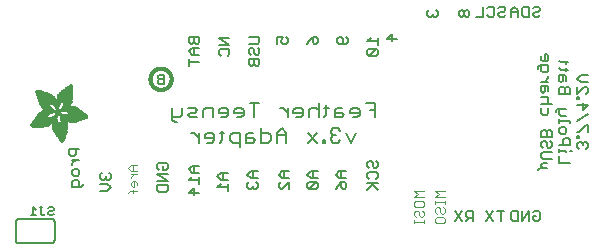
<source format=gbr>
G04 EAGLE Gerber RS-274X export*
G75*
%MOMM*%
%FSLAX34Y34*%
%LPD*%
%INSilkscreen Bottom*%
%IPPOS*%
%AMOC8*
5,1,8,0,0,1.08239X$1,22.5*%
G01*
%ADD10C,0.127000*%
%ADD11C,0.203200*%
%ADD12C,0.101600*%
%ADD13R,0.068600X0.007600*%
%ADD14R,0.114300X0.007600*%
%ADD15R,0.152400X0.007700*%
%ADD16R,0.182900X0.007600*%
%ADD17R,0.205700X0.007600*%
%ADD18R,0.228600X0.007600*%
%ADD19R,0.259100X0.007600*%
%ADD20R,0.274300X0.007700*%
%ADD21R,0.289500X0.007600*%
%ADD22R,0.304800X0.007600*%
%ADD23R,0.320100X0.007600*%
%ADD24R,0.342900X0.007600*%
%ADD25R,0.350500X0.007700*%
%ADD26R,0.365800X0.007600*%
%ADD27R,0.381000X0.007600*%
%ADD28R,0.388600X0.007600*%
%ADD29R,0.403800X0.007600*%
%ADD30R,0.419100X0.007700*%
%ADD31R,0.426700X0.007600*%
%ADD32R,0.441900X0.007600*%
%ADD33R,0.449600X0.007600*%
%ADD34R,0.464800X0.007600*%
%ADD35R,0.480000X0.007700*%
%ADD36R,0.487600X0.007600*%
%ADD37R,0.495300X0.007600*%
%ADD38R,0.510500X0.007600*%
%ADD39R,0.518100X0.007600*%
%ADD40R,0.525700X0.007700*%
%ADD41R,0.541000X0.007600*%
%ADD42R,0.548600X0.007600*%
%ADD43R,0.563800X0.007600*%
%ADD44R,0.571500X0.007600*%
%ADD45R,0.579100X0.007700*%
%ADD46R,0.594300X0.007600*%
%ADD47R,0.601900X0.007600*%
%ADD48R,0.609600X0.007600*%
%ADD49R,0.624800X0.007600*%
%ADD50R,0.632400X0.007700*%
%ADD51R,0.640000X0.007600*%
%ADD52R,0.655300X0.007600*%
%ADD53R,0.662900X0.007600*%
%ADD54R,0.678100X0.007600*%
%ADD55R,0.685800X0.007700*%
%ADD56R,0.693400X0.007600*%
%ADD57R,0.708600X0.007600*%
%ADD58R,0.716200X0.007600*%
%ADD59R,0.723900X0.007600*%
%ADD60R,0.739100X0.007700*%
%ADD61R,0.746700X0.007600*%
%ADD62R,0.754300X0.007600*%
%ADD63R,0.769600X0.007600*%
%ADD64R,0.777200X0.007600*%
%ADD65R,0.792400X0.007700*%
%ADD66R,0.800100X0.007600*%
%ADD67R,0.807700X0.007600*%
%ADD68R,0.822900X0.007600*%
%ADD69R,0.830500X0.007600*%
%ADD70R,0.838200X0.007700*%
%ADD71R,0.091500X0.007600*%
%ADD72R,0.853400X0.007600*%
%ADD73R,0.144700X0.007600*%
%ADD74R,0.861000X0.007600*%
%ADD75R,0.190500X0.007600*%
%ADD76R,0.876300X0.007600*%
%ADD77R,0.221000X0.007600*%
%ADD78R,0.883900X0.007600*%
%ADD79R,0.259000X0.007700*%
%ADD80R,0.891500X0.007700*%
%ADD81R,0.289600X0.007600*%
%ADD82R,0.906700X0.007600*%
%ADD83R,0.914400X0.007600*%
%ADD84R,0.350500X0.007600*%
%ADD85R,0.922000X0.007600*%
%ADD86R,0.937200X0.007600*%
%ADD87R,0.411400X0.007700*%
%ADD88R,0.944800X0.007700*%
%ADD89R,0.434300X0.007600*%
%ADD90R,0.952500X0.007600*%
%ADD91R,0.464900X0.007600*%
%ADD92R,0.967700X0.007600*%
%ADD93R,0.975300X0.007600*%
%ADD94R,0.518200X0.007600*%
%ADD95R,0.990600X0.007600*%
%ADD96R,0.548600X0.007700*%
%ADD97R,0.998200X0.007700*%
%ADD98R,1.005800X0.007600*%
%ADD99R,0.594400X0.007600*%
%ADD100R,1.021000X0.007600*%
%ADD101R,0.617200X0.007600*%
%ADD102R,1.028700X0.007600*%
%ADD103R,0.647700X0.007600*%
%ADD104R,1.036300X0.007600*%
%ADD105R,0.670500X0.007700*%
%ADD106R,1.051500X0.007700*%
%ADD107R,1.059100X0.007600*%
%ADD108R,0.716300X0.007600*%
%ADD109R,1.066800X0.007600*%
%ADD110R,0.739100X0.007600*%
%ADD111R,1.074400X0.007600*%
%ADD112R,0.762000X0.007600*%
%ADD113R,1.089600X0.007600*%
%ADD114R,0.784800X0.007700*%
%ADD115R,1.097200X0.007700*%
%ADD116R,1.104900X0.007600*%
%ADD117R,0.830600X0.007600*%
%ADD118R,1.112500X0.007600*%
%ADD119R,0.845800X0.007600*%
%ADD120R,1.120100X0.007600*%
%ADD121R,0.868700X0.007600*%
%ADD122R,1.127700X0.007600*%
%ADD123R,1.135300X0.007700*%
%ADD124R,1.143000X0.007600*%
%ADD125R,0.944900X0.007600*%
%ADD126R,1.150600X0.007600*%
%ADD127R,0.960100X0.007600*%
%ADD128R,1.158200X0.007600*%
%ADD129R,0.983000X0.007600*%
%ADD130R,1.165800X0.007600*%
%ADD131R,1.005900X0.007700*%
%ADD132R,1.173400X0.007700*%
%ADD133R,1.021100X0.007600*%
%ADD134R,1.181100X0.007600*%
%ADD135R,1.044000X0.007600*%
%ADD136R,1.188700X0.007600*%
%ADD137R,1.196300X0.007600*%
%ADD138R,1.082000X0.007600*%
%ADD139R,1.203900X0.007600*%
%ADD140R,1.104900X0.007700*%
%ADD141R,1.211500X0.007700*%
%ADD142R,1.211500X0.007600*%
%ADD143R,1.219200X0.007600*%
%ADD144R,1.226800X0.007600*%
%ADD145R,1.234400X0.007600*%
%ADD146R,1.188700X0.007700*%
%ADD147R,1.242000X0.007700*%
%ADD148R,1.242000X0.007600*%
%ADD149R,1.211600X0.007600*%
%ADD150R,1.249600X0.007600*%
%ADD151R,1.257300X0.007600*%
%ADD152R,1.264900X0.007600*%
%ADD153R,1.242100X0.007700*%
%ADD154R,1.264900X0.007700*%
%ADD155R,1.272500X0.007600*%
%ADD156R,1.265000X0.007600*%
%ADD157R,1.280100X0.007600*%
%ADD158R,1.272600X0.007600*%
%ADD159R,1.287700X0.007600*%
%ADD160R,1.287800X0.007600*%
%ADD161R,1.295400X0.007700*%
%ADD162R,1.303000X0.007600*%
%ADD163R,1.318200X0.007600*%
%ADD164R,1.310600X0.007600*%
%ADD165R,1.325900X0.007600*%
%ADD166R,1.341100X0.007700*%
%ADD167R,1.318200X0.007700*%
%ADD168R,1.341100X0.007600*%
%ADD169R,1.325800X0.007600*%
%ADD170R,1.348700X0.007600*%
%ADD171R,1.364000X0.007600*%
%ADD172R,1.333500X0.007600*%
%ADD173R,1.371600X0.007700*%
%ADD174R,1.379200X0.007600*%
%ADD175R,1.379300X0.007600*%
%ADD176R,1.386900X0.007600*%
%ADD177R,1.394500X0.007600*%
%ADD178R,1.356300X0.007600*%
%ADD179R,1.394400X0.007700*%
%ADD180R,1.356300X0.007700*%
%ADD181R,1.402000X0.007600*%
%ADD182R,1.409700X0.007600*%
%ADD183R,1.363900X0.007600*%
%ADD184R,1.417300X0.007600*%
%ADD185R,1.371600X0.007600*%
%ADD186R,1.424900X0.007700*%
%ADD187R,1.424900X0.007600*%
%ADD188R,1.432600X0.007600*%
%ADD189R,1.440200X0.007600*%
%ADD190R,1.386800X0.007600*%
%ADD191R,1.447800X0.007700*%
%ADD192R,1.386800X0.007700*%
%ADD193R,1.447800X0.007600*%
%ADD194R,1.455500X0.007600*%
%ADD195R,1.394400X0.007600*%
%ADD196R,1.463100X0.007600*%
%ADD197R,1.455400X0.007700*%
%ADD198R,1.463000X0.007600*%
%ADD199R,1.470600X0.007600*%
%ADD200R,1.470600X0.007700*%
%ADD201R,1.409700X0.007700*%
%ADD202R,1.470700X0.007600*%
%ADD203R,1.402100X0.007600*%
%ADD204R,1.478300X0.007600*%
%ADD205R,1.478300X0.007700*%
%ADD206R,1.402100X0.007700*%
%ADD207R,1.485900X0.007600*%
%ADD208R,1.485900X0.007700*%
%ADD209R,1.493500X0.007700*%
%ADD210R,1.493500X0.007600*%
%ADD211R,1.394500X0.007700*%
%ADD212R,1.493600X0.007700*%
%ADD213R,1.386900X0.007700*%
%ADD214R,1.379200X0.007700*%
%ADD215R,2.857500X0.007700*%
%ADD216R,2.857500X0.007600*%
%ADD217R,2.849900X0.007600*%
%ADD218R,2.842300X0.007600*%
%ADD219R,2.834700X0.007700*%
%ADD220R,2.827000X0.007600*%
%ADD221R,2.819400X0.007600*%
%ADD222R,2.811800X0.007600*%
%ADD223R,2.811800X0.007700*%
%ADD224R,2.804100X0.007600*%
%ADD225R,2.796500X0.007600*%
%ADD226R,1.966000X0.007600*%
%ADD227R,1.943100X0.007600*%
%ADD228R,0.754400X0.007600*%
%ADD229R,1.927900X0.007700*%
%ADD230R,0.746700X0.007700*%
%ADD231R,1.912600X0.007600*%
%ADD232R,0.731500X0.007600*%
%ADD233R,1.905000X0.007600*%
%ADD234R,1.882200X0.007600*%
%ADD235R,1.874600X0.007600*%
%ADD236R,1.866900X0.007700*%
%ADD237R,0.708700X0.007700*%
%ADD238R,1.851600X0.007600*%
%ADD239R,0.701100X0.007600*%
%ADD240R,1.844000X0.007600*%
%ADD241R,1.836400X0.007600*%
%ADD242R,1.821200X0.007600*%
%ADD243R,0.685800X0.007600*%
%ADD244R,1.813500X0.007700*%
%ADD245R,1.805900X0.007600*%
%ADD246R,0.678200X0.007600*%
%ADD247R,1.790700X0.007600*%
%ADD248R,0.670600X0.007600*%
%ADD249R,1.775500X0.007600*%
%ADD250R,1.767900X0.007700*%
%ADD251R,0.663000X0.007700*%
%ADD252R,1.760200X0.007600*%
%ADD253R,1.752600X0.007600*%
%ADD254R,0.937300X0.007600*%
%ADD255R,0.792500X0.007600*%
%ADD256R,0.899100X0.007600*%
%ADD257R,0.883900X0.007700*%
%ADD258R,0.716300X0.007700*%
%ADD259R,0.647700X0.007700*%
%ADD260R,0.640100X0.007600*%
%ADD261R,0.632500X0.007600*%
%ADD262R,0.655400X0.007600*%
%ADD263R,0.632400X0.007600*%
%ADD264R,0.845800X0.007700*%
%ADD265R,0.617200X0.007700*%
%ADD266R,0.624800X0.007700*%
%ADD267R,0.602000X0.007600*%
%ADD268R,0.838200X0.007600*%
%ADD269R,0.586700X0.007600*%
%ADD270R,0.548700X0.007600*%
%ADD271R,0.830500X0.007700*%
%ADD272R,0.541000X0.007700*%
%ADD273R,0.594300X0.007700*%
%ADD274R,0.525800X0.007600*%
%ADD275R,0.586800X0.007600*%
%ADD276R,0.815300X0.007600*%
%ADD277R,0.579200X0.007600*%
%ADD278R,0.815400X0.007600*%
%ADD279R,0.815400X0.007700*%
%ADD280R,0.571500X0.007700*%
%ADD281R,0.807800X0.007600*%
%ADD282R,0.563900X0.007600*%
%ADD283R,0.457200X0.007600*%
%ADD284R,0.442000X0.007600*%
%ADD285R,0.556300X0.007600*%
%ADD286R,0.807700X0.007700*%
%ADD287R,0.411500X0.007600*%
%ADD288R,0.533400X0.007600*%
%ADD289R,0.076200X0.007600*%
%ADD290R,0.403900X0.007600*%
%ADD291R,0.525700X0.007600*%
%ADD292R,0.388700X0.007600*%
%ADD293R,0.297200X0.007600*%
%ADD294R,0.373400X0.007700*%
%ADD295R,0.503000X0.007700*%
%ADD296R,0.426800X0.007700*%
%ADD297R,0.358100X0.007600*%
%ADD298R,0.502900X0.007600*%
%ADD299R,0.472400X0.007600*%
%ADD300R,0.487700X0.007600*%
%ADD301R,0.335300X0.007600*%
%ADD302R,0.792500X0.007700*%
%ADD303R,0.327600X0.007700*%
%ADD304R,0.472400X0.007700*%
%ADD305R,0.640000X0.007700*%
%ADD306R,0.784800X0.007600*%
%ADD307R,0.320000X0.007600*%
%ADD308R,0.792400X0.007600*%
%ADD309R,1.173400X0.007600*%
%ADD310R,1.196400X0.007600*%
%ADD311R,0.784900X0.007600*%
%ADD312R,0.784900X0.007700*%
%ADD313R,0.297200X0.007700*%
%ADD314R,1.249700X0.007600*%
%ADD315R,0.281900X0.007600*%
%ADD316R,1.295400X0.007600*%
%ADD317R,0.266700X0.007600*%
%ADD318R,0.777300X0.007700*%
%ADD319R,0.266700X0.007700*%
%ADD320R,1.333500X0.007700*%
%ADD321R,0.777300X0.007600*%
%ADD322R,1.348800X0.007600*%
%ADD323R,0.251500X0.007600*%
%ADD324R,0.243900X0.007700*%
%ADD325R,0.243900X0.007600*%
%ADD326R,1.440100X0.007600*%
%ADD327R,0.236200X0.007600*%
%ADD328R,0.762000X0.007700*%
%ADD329R,0.236200X0.007700*%
%ADD330R,1.508700X0.007700*%
%ADD331R,1.531600X0.007600*%
%ADD332R,1.546900X0.007600*%
%ADD333R,1.569700X0.007600*%
%ADD334R,1.585000X0.007600*%
%ADD335R,0.746800X0.007700*%
%ADD336R,1.607800X0.007700*%
%ADD337R,0.243800X0.007600*%
%ADD338R,1.630700X0.007600*%
%ADD339R,1.653500X0.007600*%
%ADD340R,0.739200X0.007600*%
%ADD341R,1.684000X0.007600*%
%ADD342R,2.019300X0.007600*%
%ADD343R,0.731500X0.007700*%
%ADD344R,2.026900X0.007700*%
%ADD345R,2.049800X0.007600*%
%ADD346R,2.057400X0.007600*%
%ADD347R,0.708700X0.007600*%
%ADD348R,2.072600X0.007600*%
%ADD349R,0.701000X0.007600*%
%ADD350R,2.095500X0.007600*%
%ADD351R,0.693500X0.007700*%
%ADD352R,2.110800X0.007700*%
%ADD353R,2.141200X0.007600*%
%ADD354R,0.060900X0.007600*%
%ADD355R,2.872700X0.007600*%
%ADD356R,3.124200X0.007600*%
%ADD357R,3.177600X0.007600*%
%ADD358R,3.215600X0.007700*%
%ADD359R,3.253700X0.007600*%
%ADD360R,3.284300X0.007600*%
%ADD361R,3.314700X0.007600*%
%ADD362R,3.352800X0.007600*%
%ADD363R,3.375600X0.007700*%
%ADD364R,3.406200X0.007600*%
%ADD365R,3.429000X0.007600*%
%ADD366R,3.451800X0.007600*%
%ADD367R,3.482400X0.007600*%
%ADD368R,1.828800X0.007700*%
%ADD369R,1.539300X0.007700*%
%ADD370R,1.767900X0.007600*%
%ADD371R,1.767800X0.007600*%
%ADD372R,1.760200X0.007700*%
%ADD373R,1.760300X0.007600*%
%ADD374R,1.775400X0.007700*%
%ADD375R,1.379300X0.007700*%
%ADD376R,1.783000X0.007600*%
%ADD377R,1.813500X0.007600*%
%ADD378R,1.821100X0.007700*%
%ADD379R,0.503000X0.007600*%
%ADD380R,1.135400X0.007600*%
%ADD381R,1.127700X0.007700*%
%ADD382R,0.487700X0.007700*%
%ADD383R,1.120200X0.007600*%
%ADD384R,1.097300X0.007600*%
%ADD385R,0.510600X0.007600*%
%ADD386R,1.074400X0.007700*%
%ADD387R,0.525800X0.007700*%
%ADD388R,1.440200X0.007700*%
%ADD389R,1.059200X0.007600*%
%ADD390R,1.051600X0.007600*%
%ADD391R,1.051500X0.007600*%
%ADD392R,1.043900X0.007700*%
%ADD393R,0.602000X0.007700*%
%ADD394R,1.524000X0.007600*%
%ADD395R,1.539300X0.007600*%
%ADD396R,1.592600X0.007600*%
%ADD397R,1.021100X0.007700*%
%ADD398R,1.615400X0.007700*%
%ADD399R,1.013400X0.007600*%
%ADD400R,1.653600X0.007600*%
%ADD401R,1.013500X0.007600*%
%ADD402R,1.699300X0.007600*%
%ADD403R,2.743200X0.007600*%
%ADD404R,1.005900X0.007600*%
%ADD405R,2.415500X0.007600*%
%ADD406R,1.005800X0.007700*%
%ADD407R,0.281900X0.007700*%
%ADD408R,2.408000X0.007700*%
%ADD409R,2.407900X0.007600*%
%ADD410R,0.998200X0.007600*%
%ADD411R,0.282000X0.007600*%
%ADD412R,0.998300X0.007600*%
%ADD413R,2.400300X0.007600*%
%ADD414R,0.289500X0.007700*%
%ADD415R,2.400300X0.007700*%
%ADD416R,0.297100X0.007600*%
%ADD417R,0.312400X0.007600*%
%ADD418R,2.392700X0.007600*%
%ADD419R,0.990600X0.007700*%
%ADD420R,0.327700X0.007700*%
%ADD421R,2.392700X0.007700*%
%ADD422R,2.385100X0.007600*%
%ADD423R,0.381000X0.007700*%
%ADD424R,2.377400X0.007700*%
%ADD425R,2.377400X0.007600*%
%ADD426R,2.369800X0.007600*%
%ADD427R,0.419100X0.007600*%
%ADD428R,2.362200X0.007600*%
%ADD429R,0.426800X0.007600*%
%ADD430R,1.036300X0.007700*%
%ADD431R,0.442000X0.007700*%
%ADD432R,2.354600X0.007700*%
%ADD433R,2.354600X0.007600*%
%ADD434R,0.480100X0.007600*%
%ADD435R,2.347000X0.007600*%
%ADD436R,1.074500X0.007600*%
%ADD437R,2.339400X0.007600*%
%ADD438R,1.082100X0.007700*%
%ADD439R,0.548700X0.007700*%
%ADD440R,2.331800X0.007700*%
%ADD441R,2.331800X0.007600*%
%ADD442R,0.624900X0.007600*%
%ADD443R,2.324100X0.007600*%
%ADD444R,1.859300X0.007600*%
%ADD445R,2.308800X0.007600*%
%ADD446R,2.301200X0.007700*%
%ADD447R,2.301200X0.007600*%
%ADD448R,2.293600X0.007600*%
%ADD449R,2.278400X0.007600*%
%ADD450R,1.889800X0.007600*%
%ADD451R,2.270700X0.007600*%
%ADD452R,1.897400X0.007700*%
%ADD453R,2.255500X0.007700*%
%ADD454R,1.897400X0.007600*%
%ADD455R,2.247900X0.007600*%
%ADD456R,2.232600X0.007600*%
%ADD457R,1.912700X0.007600*%
%ADD458R,2.209800X0.007600*%
%ADD459R,1.920300X0.007600*%
%ADD460R,2.186900X0.007600*%
%ADD461R,1.920300X0.007700*%
%ADD462R,2.171700X0.007700*%
%ADD463R,1.935500X0.007600*%
%ADD464R,2.148800X0.007600*%
%ADD465R,2.126000X0.007600*%
%ADD466R,1.950700X0.007600*%
%ADD467R,1.958400X0.007700*%
%ADD468R,2.042200X0.007700*%
%ADD469R,1.973600X0.007600*%
%ADD470R,1.996500X0.007600*%
%ADD471R,1.981200X0.007600*%
%ADD472R,1.988800X0.007600*%
%ADD473R,1.996400X0.007700*%
%ADD474R,1.996400X0.007600*%
%ADD475R,2.004100X0.007600*%
%ADD476R,1.874500X0.007600*%
%ADD477R,1.425000X0.007600*%
%ADD478R,2.026900X0.007600*%
%ADD479R,0.434400X0.007700*%
%ADD480R,1.364000X0.007700*%
%ADD481R,2.034500X0.007600*%
%ADD482R,0.434400X0.007600*%
%ADD483R,2.049700X0.007600*%
%ADD484R,2.065000X0.007700*%
%ADD485R,0.464800X0.007700*%
%ADD486R,1.196300X0.007700*%
%ADD487R,2.080300X0.007600*%
%ADD488R,1.158300X0.007600*%
%ADD489R,2.087900X0.007600*%
%ADD490R,0.472500X0.007600*%
%ADD491R,2.103100X0.007600*%
%ADD492R,2.118400X0.007600*%
%ADD493R,2.133600X0.007600*%
%ADD494R,2.148800X0.007700*%
%ADD495R,2.164000X0.007600*%
%ADD496R,2.171700X0.007600*%
%ADD497R,2.187000X0.007600*%
%ADD498R,0.556200X0.007600*%
%ADD499R,2.202200X0.007700*%
%ADD500R,0.556200X0.007700*%
%ADD501R,0.640100X0.007700*%
%ADD502R,0.579100X0.007600*%
%ADD503R,0.480000X0.007600*%
%ADD504R,1.752600X0.007700*%
%ADD505R,0.487600X0.007700*%
%ADD506R,0.594400X0.007700*%
%ADD507R,0.358100X0.007700*%
%ADD508R,0.099000X0.007600*%
%ADD509R,1.280200X0.007600*%
%ADD510R,1.745000X0.007600*%
%ADD511R,1.744900X0.007600*%
%ADD512R,1.737300X0.007700*%
%ADD513R,1.737400X0.007600*%
%ADD514R,1.729800X0.007600*%
%ADD515R,1.722200X0.007600*%
%ADD516R,1.722100X0.007600*%
%ADD517R,1.714500X0.007700*%
%ADD518R,1.356400X0.007700*%
%ADD519R,1.706900X0.007600*%
%ADD520R,1.356400X0.007600*%
%ADD521R,1.691700X0.007600*%
%ADD522R,1.668800X0.007700*%
%ADD523R,1.645900X0.007600*%
%ADD524R,1.623100X0.007600*%
%ADD525R,1.577400X0.007600*%
%ADD526R,1.554400X0.007600*%
%ADD527R,1.539200X0.007600*%
%ADD528R,1.524000X0.007700*%
%ADD529R,1.501100X0.007600*%
%ADD530R,1.455400X0.007600*%
%ADD531R,1.348800X0.007700*%
%ADD532R,1.318300X0.007600*%
%ADD533R,1.310600X0.007700*%
%ADD534R,1.287800X0.007700*%
%ADD535R,1.234500X0.007600*%
%ADD536R,1.226900X0.007600*%
%ADD537R,1.173500X0.007700*%
%ADD538R,1.173500X0.007600*%
%ADD539R,1.165900X0.007600*%
%ADD540R,1.143000X0.007700*%
%ADD541R,1.127800X0.007600*%
%ADD542R,1.097200X0.007600*%
%ADD543R,1.028700X0.007700*%
%ADD544R,0.982900X0.007600*%
%ADD545R,0.952500X0.007700*%
%ADD546R,0.929600X0.007600*%
%ADD547R,0.906800X0.007700*%
%ADD548R,0.906800X0.007600*%
%ADD549R,0.899200X0.007600*%
%ADD550R,0.884000X0.007600*%
%ADD551R,0.876300X0.007700*%
%ADD552R,0.830600X0.007700*%
%ADD553R,0.754400X0.007700*%
%ADD554R,0.746800X0.007600*%
%ADD555R,0.708600X0.007700*%
%ADD556R,0.678200X0.007700*%
%ADD557R,0.663000X0.007600*%
%ADD558R,0.632500X0.007700*%
%ADD559R,0.556300X0.007700*%
%ADD560R,0.518200X0.007700*%
%ADD561R,0.434300X0.007700*%
%ADD562R,0.396300X0.007700*%
%ADD563R,0.373300X0.007600*%
%ADD564R,0.365700X0.007600*%
%ADD565R,0.327700X0.007600*%
%ADD566R,0.304800X0.007700*%
%ADD567R,0.274300X0.007600*%
%ADD568R,0.243800X0.007700*%
%ADD569R,0.205800X0.007600*%
%ADD570R,0.152400X0.007600*%
%ADD571R,0.121900X0.007700*%
%ADD572C,0.304800*%
%ADD573C,0.152400*%


D10*
X497000Y84732D02*
X498483Y86215D01*
X498483Y89181D01*
X497000Y90664D01*
X495517Y90664D01*
X494034Y89181D01*
X494034Y87698D01*
X494034Y89181D02*
X492551Y90664D01*
X491068Y90664D01*
X489585Y89181D01*
X489585Y86215D01*
X491068Y84732D01*
X491068Y94087D02*
X489585Y94087D01*
X491068Y94087D02*
X491068Y95570D01*
X489585Y95570D01*
X489585Y94087D01*
X498483Y98765D02*
X498483Y104696D01*
X497000Y104696D01*
X491068Y98765D01*
X489585Y98765D01*
X489585Y108120D02*
X498483Y114052D01*
X498483Y121924D02*
X489585Y121924D01*
X494034Y117475D02*
X498483Y121924D01*
X494034Y123407D02*
X494034Y117475D01*
X491068Y126830D02*
X489585Y126830D01*
X491068Y126830D02*
X491068Y128313D01*
X489585Y128313D01*
X489585Y126830D01*
X489585Y131508D02*
X489585Y137439D01*
X489585Y131508D02*
X495517Y137439D01*
X497000Y137439D01*
X498483Y135957D01*
X498483Y132991D01*
X497000Y131508D01*
X498483Y140863D02*
X492551Y140863D01*
X489585Y143829D01*
X492551Y146795D01*
X498483Y146795D01*
X483243Y72258D02*
X474345Y72258D01*
X474345Y78190D01*
X480277Y81613D02*
X480277Y83096D01*
X474345Y83096D01*
X474345Y81613D02*
X474345Y84579D01*
X483243Y83096D02*
X484726Y83096D01*
X483243Y87850D02*
X474345Y87850D01*
X483243Y87850D02*
X483243Y92299D01*
X481760Y93782D01*
X478794Y93782D01*
X477311Y92299D01*
X477311Y87850D01*
X474345Y98688D02*
X474345Y101654D01*
X475828Y103137D01*
X478794Y103137D01*
X480277Y101654D01*
X480277Y98688D01*
X478794Y97205D01*
X475828Y97205D01*
X474345Y98688D01*
X483243Y106561D02*
X483243Y108043D01*
X474345Y108043D01*
X474345Y106561D02*
X474345Y109526D01*
X475828Y112797D02*
X480277Y112797D01*
X475828Y112797D02*
X474345Y114280D01*
X474345Y118729D01*
X472862Y118729D02*
X480277Y118729D01*
X472862Y118729D02*
X471379Y117246D01*
X471379Y115763D01*
X474345Y131508D02*
X483243Y131508D01*
X483243Y135957D01*
X481760Y137439D01*
X480277Y137439D01*
X478794Y135957D01*
X477311Y137439D01*
X475828Y137439D01*
X474345Y135957D01*
X474345Y131508D01*
X478794Y131508D02*
X478794Y135957D01*
X480277Y142346D02*
X480277Y145312D01*
X478794Y146795D01*
X474345Y146795D01*
X474345Y142346D01*
X475828Y140863D01*
X477311Y142346D01*
X477311Y146795D01*
X475828Y151701D02*
X481760Y151701D01*
X475828Y151701D02*
X474345Y153184D01*
X480277Y153184D02*
X480277Y150218D01*
X481760Y157938D02*
X475828Y157938D01*
X474345Y159421D01*
X480277Y159421D02*
X480277Y156455D01*
X463554Y68284D02*
X460588Y68284D01*
X459105Y69767D01*
X459105Y71250D01*
X460588Y72733D01*
X463554Y72733D01*
X460588Y68284D02*
X457622Y68284D01*
X456139Y66801D01*
X460588Y76156D02*
X468003Y76156D01*
X460588Y76156D02*
X459105Y77639D01*
X459105Y80605D01*
X460588Y82088D01*
X468003Y82088D01*
X468003Y89960D02*
X466520Y91443D01*
X468003Y89960D02*
X468003Y86994D01*
X466520Y85511D01*
X465037Y85511D01*
X463554Y86994D01*
X463554Y89960D01*
X462071Y91443D01*
X460588Y91443D01*
X459105Y89960D01*
X459105Y86994D01*
X460588Y85511D01*
X459105Y94867D02*
X468003Y94867D01*
X468003Y99315D01*
X466520Y100798D01*
X465037Y100798D01*
X463554Y99315D01*
X462071Y100798D01*
X460588Y100798D01*
X459105Y99315D01*
X459105Y94867D01*
X463554Y94867D02*
X463554Y99315D01*
X465037Y115060D02*
X465037Y119509D01*
X465037Y115060D02*
X463554Y113577D01*
X460588Y113577D01*
X459105Y115060D01*
X459105Y119509D01*
X459105Y122932D02*
X468003Y122932D01*
X465037Y124415D02*
X463554Y122932D01*
X465037Y124415D02*
X465037Y127381D01*
X463554Y128864D01*
X459105Y128864D01*
X465037Y133770D02*
X465037Y136736D01*
X463554Y138219D01*
X459105Y138219D01*
X459105Y133770D01*
X460588Y132287D01*
X462071Y133770D01*
X462071Y138219D01*
X459105Y141643D02*
X465037Y141643D01*
X465037Y144608D02*
X462071Y141643D01*
X465037Y144608D02*
X465037Y146091D01*
X456139Y152404D02*
X456139Y153887D01*
X457622Y155370D01*
X465037Y155370D01*
X465037Y150921D01*
X463554Y149439D01*
X460588Y149439D01*
X459105Y150921D01*
X459105Y155370D01*
X459105Y160277D02*
X459105Y163242D01*
X459105Y160277D02*
X460588Y158794D01*
X463554Y158794D01*
X465037Y160277D01*
X465037Y163242D01*
X463554Y164725D01*
X462071Y164725D01*
X462071Y158794D01*
D11*
X318531Y123454D02*
X318531Y111252D01*
X318531Y123454D02*
X310396Y123454D01*
X314463Y117353D02*
X318531Y117353D01*
X303400Y111252D02*
X299332Y111252D01*
X303400Y111252D02*
X305433Y113286D01*
X305433Y117353D01*
X303400Y119387D01*
X299332Y119387D01*
X297298Y117353D01*
X297298Y115319D01*
X305433Y115319D01*
X290302Y119387D02*
X286235Y119387D01*
X284201Y117353D01*
X284201Y111252D01*
X290302Y111252D01*
X292336Y113286D01*
X290302Y115319D01*
X284201Y115319D01*
X277205Y113286D02*
X277205Y121421D01*
X277205Y113286D02*
X275171Y111252D01*
X275171Y119387D02*
X279239Y119387D01*
X270507Y123454D02*
X270507Y111252D01*
X270507Y117353D02*
X268474Y119387D01*
X264406Y119387D01*
X262372Y117353D01*
X262372Y111252D01*
X255376Y111252D02*
X251309Y111252D01*
X255376Y111252D02*
X257410Y113286D01*
X257410Y117353D01*
X255376Y119387D01*
X251309Y119387D01*
X249275Y117353D01*
X249275Y115319D01*
X257410Y115319D01*
X244313Y111252D02*
X244313Y119387D01*
X244313Y115319D02*
X240245Y119387D01*
X238212Y119387D01*
X216234Y123454D02*
X216234Y111252D01*
X220301Y123454D02*
X212166Y123454D01*
X205170Y111252D02*
X201103Y111252D01*
X205170Y111252D02*
X207204Y113286D01*
X207204Y117353D01*
X205170Y119387D01*
X201103Y119387D01*
X199069Y117353D01*
X199069Y115319D01*
X207204Y115319D01*
X192073Y111252D02*
X188006Y111252D01*
X192073Y111252D02*
X194107Y113286D01*
X194107Y117353D01*
X192073Y119387D01*
X188006Y119387D01*
X185972Y117353D01*
X185972Y115319D01*
X194107Y115319D01*
X181009Y111252D02*
X181009Y119387D01*
X174908Y119387D01*
X172875Y117353D01*
X172875Y111252D01*
X167912Y111252D02*
X161811Y111252D01*
X159777Y113286D01*
X161811Y115319D01*
X165879Y115319D01*
X167912Y117353D01*
X165879Y119387D01*
X159777Y119387D01*
X154815Y119387D02*
X154815Y113286D01*
X152781Y111252D01*
X146680Y111252D01*
X146680Y109218D02*
X146680Y119387D01*
X146680Y109218D02*
X148714Y107185D01*
X150748Y107185D01*
X298092Y89916D02*
X302159Y98051D01*
X294024Y98051D02*
X298092Y89916D01*
X289062Y100085D02*
X287028Y102118D01*
X282961Y102118D01*
X280927Y100085D01*
X280927Y98051D01*
X282961Y96017D01*
X284994Y96017D01*
X282961Y96017D02*
X280927Y93983D01*
X280927Y91950D01*
X282961Y89916D01*
X287028Y89916D01*
X289062Y91950D01*
X275965Y91950D02*
X275965Y89916D01*
X275965Y91950D02*
X273931Y91950D01*
X273931Y89916D01*
X275965Y89916D01*
X269416Y98051D02*
X261281Y89916D01*
X269416Y89916D02*
X261281Y98051D01*
X243221Y98051D02*
X243221Y89916D01*
X243221Y98051D02*
X239154Y102118D01*
X235086Y98051D01*
X235086Y89916D01*
X235086Y96017D02*
X243221Y96017D01*
X221989Y102118D02*
X221989Y89916D01*
X228090Y89916D01*
X230124Y91950D01*
X230124Y96017D01*
X228090Y98051D01*
X221989Y98051D01*
X214993Y98051D02*
X210926Y98051D01*
X208892Y96017D01*
X208892Y89916D01*
X214993Y89916D01*
X217027Y91950D01*
X214993Y93983D01*
X208892Y93983D01*
X203930Y98051D02*
X203930Y85849D01*
X203930Y98051D02*
X197828Y98051D01*
X195795Y96017D01*
X195795Y91950D01*
X197828Y89916D01*
X203930Y89916D01*
X188799Y91950D02*
X188799Y100085D01*
X188799Y91950D02*
X186765Y89916D01*
X186765Y98051D02*
X190832Y98051D01*
X180067Y89916D02*
X176000Y89916D01*
X180067Y89916D02*
X182101Y91950D01*
X182101Y96017D01*
X180067Y98051D01*
X176000Y98051D01*
X173966Y96017D01*
X173966Y93983D01*
X182101Y93983D01*
X169004Y89916D02*
X169004Y98051D01*
X169004Y93983D02*
X164936Y98051D01*
X162902Y98051D01*
D10*
X211447Y179768D02*
X218862Y179768D01*
X220345Y178285D01*
X220345Y175319D01*
X218862Y173836D01*
X211447Y173836D01*
X211447Y165964D02*
X212930Y164481D01*
X211447Y165964D02*
X211447Y168930D01*
X212930Y170413D01*
X214413Y170413D01*
X215896Y168930D01*
X215896Y165964D01*
X217379Y164481D01*
X218862Y164481D01*
X220345Y165964D01*
X220345Y168930D01*
X218862Y170413D01*
X220345Y161057D02*
X211447Y161057D01*
X211447Y156609D01*
X212930Y155126D01*
X214413Y155126D01*
X215896Y156609D01*
X217379Y155126D01*
X218862Y155126D01*
X220345Y156609D01*
X220345Y161057D01*
X215896Y161057D02*
X215896Y156609D01*
X235577Y173371D02*
X235577Y179303D01*
X240026Y179303D01*
X238543Y176337D01*
X238543Y174854D01*
X240026Y173371D01*
X242992Y173371D01*
X244475Y174854D01*
X244475Y177820D01*
X242992Y179303D01*
X389247Y200680D02*
X390730Y202163D01*
X389247Y200680D02*
X389247Y197714D01*
X390730Y196231D01*
X392213Y196231D01*
X393696Y197714D01*
X395179Y196231D01*
X396662Y196231D01*
X398145Y197714D01*
X398145Y200680D01*
X396662Y202163D01*
X395179Y202163D01*
X393696Y200680D01*
X392213Y202163D01*
X390730Y202163D01*
X393696Y200680D02*
X393696Y197714D01*
X295275Y177820D02*
X293792Y179303D01*
X295275Y177820D02*
X295275Y174854D01*
X293792Y173371D01*
X287860Y173371D01*
X286377Y174854D01*
X286377Y177820D01*
X287860Y179303D01*
X289343Y179303D01*
X290826Y177820D01*
X290826Y173371D01*
X311777Y175934D02*
X314743Y178900D01*
X311777Y175934D02*
X320675Y175934D01*
X320675Y178900D02*
X320675Y172968D01*
X319192Y169545D02*
X313260Y169545D01*
X311777Y168062D01*
X311777Y165096D01*
X313260Y163613D01*
X319192Y163613D01*
X320675Y165096D01*
X320675Y168062D01*
X319192Y169545D01*
X313260Y163613D01*
X328287Y177394D02*
X337185Y177394D01*
X332736Y181843D02*
X328287Y177394D01*
X332736Y175911D02*
X332736Y181843D01*
X422756Y203630D02*
X424239Y205113D01*
X427205Y205113D01*
X428688Y203630D01*
X428688Y202147D01*
X427205Y200664D01*
X424239Y200664D01*
X422756Y199181D01*
X422756Y197698D01*
X424239Y196215D01*
X427205Y196215D01*
X428688Y197698D01*
X414884Y205113D02*
X413401Y203630D01*
X414884Y205113D02*
X417850Y205113D01*
X419333Y203630D01*
X419333Y197698D01*
X417850Y196215D01*
X414884Y196215D01*
X413401Y197698D01*
X409977Y196215D02*
X409977Y205113D01*
X409977Y196215D02*
X404046Y196215D01*
X451966Y203630D02*
X453449Y205113D01*
X456415Y205113D01*
X457898Y203630D01*
X457898Y202147D01*
X456415Y200664D01*
X453449Y200664D01*
X451966Y199181D01*
X451966Y197698D01*
X453449Y196215D01*
X456415Y196215D01*
X457898Y197698D01*
X448543Y196215D02*
X448543Y205113D01*
X448543Y196215D02*
X444094Y196215D01*
X442611Y197698D01*
X442611Y203630D01*
X444094Y205113D01*
X448543Y205113D01*
X439187Y202147D02*
X439187Y196215D01*
X439187Y202147D02*
X436222Y205113D01*
X433256Y202147D01*
X433256Y196215D01*
X433256Y200664D02*
X439187Y200664D01*
X169545Y179768D02*
X160647Y179768D01*
X160647Y175319D01*
X162130Y173836D01*
X163613Y173836D01*
X165096Y175319D01*
X166579Y173836D01*
X168062Y173836D01*
X169545Y175319D01*
X169545Y179768D01*
X165096Y179768D02*
X165096Y175319D01*
X163613Y170413D02*
X169545Y170413D01*
X163613Y170413D02*
X160647Y167447D01*
X163613Y164481D01*
X169545Y164481D01*
X165096Y164481D02*
X165096Y170413D01*
X169545Y158092D02*
X160647Y158092D01*
X160647Y161057D02*
X160647Y155126D01*
X260977Y173371D02*
X262460Y176337D01*
X265426Y179303D01*
X268392Y179303D01*
X269875Y177820D01*
X269875Y174854D01*
X268392Y173371D01*
X266909Y173371D01*
X265426Y174854D01*
X265426Y179303D01*
X362577Y200680D02*
X364060Y202163D01*
X362577Y200680D02*
X362577Y197714D01*
X364060Y196231D01*
X365543Y196231D01*
X367026Y197714D01*
X367026Y199197D01*
X367026Y197714D02*
X368509Y196231D01*
X369992Y196231D01*
X371475Y197714D01*
X371475Y200680D01*
X369992Y202163D01*
X194945Y178900D02*
X186047Y178900D01*
X194945Y172968D01*
X186047Y172968D01*
X186047Y165096D02*
X187530Y163613D01*
X186047Y165096D02*
X186047Y168062D01*
X187530Y169545D01*
X193462Y169545D01*
X194945Y168062D01*
X194945Y165096D01*
X193462Y163613D01*
X67945Y84606D02*
X59047Y84606D01*
X59047Y80157D01*
X60530Y78674D01*
X63496Y78674D01*
X64979Y80157D01*
X64979Y84606D01*
X67945Y75251D02*
X62013Y75251D01*
X64979Y75251D02*
X62013Y72285D01*
X62013Y70802D01*
X67945Y65972D02*
X67945Y63006D01*
X66462Y61523D01*
X63496Y61523D01*
X62013Y63006D01*
X62013Y65972D01*
X63496Y67455D01*
X66462Y67455D01*
X67945Y65972D01*
X70911Y55134D02*
X70911Y53651D01*
X69428Y52168D01*
X62013Y52168D01*
X62013Y56617D01*
X63496Y58099D01*
X66462Y58099D01*
X67945Y56617D01*
X67945Y52168D01*
D12*
X111841Y71009D02*
X116586Y71009D01*
X111841Y71009D02*
X109468Y68637D01*
X111841Y66264D01*
X116586Y66264D01*
X113027Y66264D02*
X113027Y71009D01*
X111841Y63525D02*
X116586Y63525D01*
X114213Y63525D02*
X111841Y61152D01*
X111841Y59966D01*
X116586Y56102D02*
X116586Y53729D01*
X116586Y56102D02*
X115400Y57288D01*
X113027Y57288D01*
X111841Y56102D01*
X111841Y53729D01*
X113027Y52543D01*
X114213Y52543D01*
X114213Y57288D01*
X116586Y48618D02*
X110654Y48618D01*
X109468Y47431D01*
X113027Y47431D02*
X113027Y49804D01*
D10*
X87200Y64600D02*
X85717Y63117D01*
X85717Y60151D01*
X87200Y58668D01*
X88683Y58668D01*
X90166Y60151D01*
X90166Y61634D01*
X90166Y60151D02*
X91649Y58668D01*
X93132Y58668D01*
X94615Y60151D01*
X94615Y63117D01*
X93132Y64600D01*
X91649Y55245D02*
X85717Y55245D01*
X91649Y55245D02*
X94615Y52279D01*
X91649Y49313D01*
X85717Y49313D01*
X288073Y65870D02*
X294005Y65870D01*
X288073Y65870D02*
X285107Y62904D01*
X288073Y59938D01*
X294005Y59938D01*
X289556Y59938D02*
X289556Y65870D01*
X286590Y53549D02*
X285107Y50583D01*
X286590Y53549D02*
X289556Y56515D01*
X292522Y56515D01*
X294005Y55032D01*
X294005Y52066D01*
X292522Y50583D01*
X291039Y50583D01*
X289556Y52066D01*
X289556Y56515D01*
X269875Y65870D02*
X263943Y65870D01*
X260977Y62904D01*
X263943Y59938D01*
X269875Y59938D01*
X265426Y59938D02*
X265426Y65870D01*
X268392Y56515D02*
X262460Y56515D01*
X260977Y55032D01*
X260977Y52066D01*
X262460Y50583D01*
X268392Y50583D01*
X269875Y52066D01*
X269875Y55032D01*
X268392Y56515D01*
X262460Y50583D01*
X245745Y65870D02*
X239813Y65870D01*
X236847Y62904D01*
X239813Y59938D01*
X245745Y59938D01*
X241296Y59938D02*
X241296Y65870D01*
X245745Y56515D02*
X245745Y50583D01*
X245745Y56515D02*
X239813Y50583D01*
X238330Y50583D01*
X236847Y52066D01*
X236847Y55032D01*
X238330Y56515D01*
X219075Y65870D02*
X213143Y65870D01*
X210177Y62904D01*
X213143Y59938D01*
X219075Y59938D01*
X214626Y59938D02*
X214626Y65870D01*
X211660Y56515D02*
X210177Y55032D01*
X210177Y52066D01*
X211660Y50583D01*
X213143Y50583D01*
X214626Y52066D01*
X214626Y53549D01*
X214626Y52066D02*
X216109Y50583D01*
X217592Y50583D01*
X219075Y52066D01*
X219075Y55032D01*
X217592Y56515D01*
X193675Y64600D02*
X187743Y64600D01*
X184777Y61634D01*
X187743Y58668D01*
X193675Y58668D01*
X189226Y58668D02*
X189226Y64600D01*
X187743Y55245D02*
X184777Y52279D01*
X193675Y52279D01*
X193675Y55245D02*
X193675Y49313D01*
X169545Y70548D02*
X163613Y70548D01*
X160647Y67582D01*
X163613Y64616D01*
X169545Y64616D01*
X165096Y64616D02*
X165096Y70548D01*
X163613Y61193D02*
X160647Y58227D01*
X169545Y58227D01*
X169545Y61193D02*
X169545Y55261D01*
X169545Y47389D02*
X160647Y47389D01*
X165096Y51837D01*
X165096Y45906D01*
X311777Y69909D02*
X313260Y68426D01*
X311777Y69909D02*
X311777Y72875D01*
X313260Y74358D01*
X314743Y74358D01*
X316226Y72875D01*
X316226Y69909D01*
X317709Y68426D01*
X319192Y68426D01*
X320675Y69909D01*
X320675Y72875D01*
X319192Y74358D01*
X311777Y60554D02*
X313260Y59071D01*
X311777Y60554D02*
X311777Y63520D01*
X313260Y65003D01*
X319192Y65003D01*
X320675Y63520D01*
X320675Y60554D01*
X319192Y59071D01*
X320675Y55647D02*
X311777Y55647D01*
X311777Y49716D02*
X317709Y55647D01*
X316226Y54165D02*
X320675Y49716D01*
D12*
X351656Y48789D02*
X359537Y48789D01*
X354283Y46162D02*
X351656Y48789D01*
X354283Y46162D02*
X351656Y43535D01*
X359537Y43535D01*
X351656Y39290D02*
X351656Y36663D01*
X351656Y39290D02*
X352970Y40604D01*
X358224Y40604D01*
X359537Y39290D01*
X359537Y36663D01*
X358224Y35350D01*
X352970Y35350D01*
X351656Y36663D01*
X351656Y28477D02*
X352970Y27164D01*
X351656Y28477D02*
X351656Y31104D01*
X352970Y32418D01*
X354283Y32418D01*
X355597Y31104D01*
X355597Y28477D01*
X356910Y27164D01*
X358224Y27164D01*
X359537Y28477D01*
X359537Y31104D01*
X358224Y32418D01*
X359537Y24232D02*
X359537Y21605D01*
X359537Y22919D02*
X351656Y22919D01*
X351656Y24232D02*
X351656Y21605D01*
X369436Y48789D02*
X377317Y48789D01*
X372063Y46162D02*
X369436Y48789D01*
X372063Y46162D02*
X369436Y43535D01*
X377317Y43535D01*
X377317Y40604D02*
X377317Y37977D01*
X377317Y39290D02*
X369436Y39290D01*
X369436Y37977D02*
X369436Y40604D01*
X369436Y31206D02*
X370750Y29893D01*
X369436Y31206D02*
X369436Y33833D01*
X370750Y35146D01*
X372063Y35146D01*
X373377Y33833D01*
X373377Y31206D01*
X374690Y29893D01*
X376004Y29893D01*
X377317Y31206D01*
X377317Y33833D01*
X376004Y35146D01*
X369436Y25647D02*
X369436Y23020D01*
X369436Y25647D02*
X370750Y26961D01*
X376004Y26961D01*
X377317Y25647D01*
X377317Y23020D01*
X376004Y21707D01*
X370750Y21707D01*
X369436Y23020D01*
D10*
X401150Y23495D02*
X401150Y32393D01*
X396701Y32393D01*
X395218Y30910D01*
X395218Y27944D01*
X396701Y26461D01*
X401150Y26461D01*
X398184Y26461D02*
X395218Y23495D01*
X385863Y23495D02*
X391795Y32393D01*
X385863Y32393D02*
X391795Y23495D01*
X424854Y23495D02*
X424854Y32393D01*
X427820Y32393D02*
X421888Y32393D01*
X418465Y32393D02*
X412533Y23495D01*
X418465Y23495D02*
X412533Y32393D01*
X135460Y67156D02*
X133977Y68639D01*
X133977Y71605D01*
X135460Y73088D01*
X141392Y73088D01*
X142875Y71605D01*
X142875Y68639D01*
X141392Y67156D01*
X138426Y67156D01*
X138426Y70122D01*
X142875Y63733D02*
X133977Y63733D01*
X142875Y57801D01*
X133977Y57801D01*
X133977Y54377D02*
X142875Y54377D01*
X142875Y49929D01*
X141392Y48446D01*
X135460Y48446D01*
X133977Y49929D01*
X133977Y54377D01*
X451966Y30910D02*
X453449Y32393D01*
X456415Y32393D01*
X457898Y30910D01*
X457898Y24978D01*
X456415Y23495D01*
X453449Y23495D01*
X451966Y24978D01*
X451966Y27944D01*
X454932Y27944D01*
X448543Y23495D02*
X448543Y32393D01*
X442611Y23495D01*
X442611Y32393D01*
X439187Y32393D02*
X439187Y23495D01*
X434739Y23495D01*
X433256Y24978D01*
X433256Y30910D01*
X434739Y32393D01*
X439187Y32393D01*
D13*
X60808Y138430D03*
D14*
X60808Y138354D03*
D15*
X60770Y138278D03*
D16*
X60770Y138201D03*
D17*
X60808Y138125D03*
D18*
X60770Y138049D03*
D19*
X60770Y137973D03*
D20*
X60770Y137897D03*
D21*
X60770Y137820D03*
D22*
X60693Y137744D03*
D23*
X60694Y137668D03*
D24*
X60656Y137592D03*
D25*
X60618Y137516D03*
D26*
X60617Y137439D03*
D27*
X60541Y137363D03*
D28*
X60503Y137287D03*
D29*
X60503Y137211D03*
D30*
X60427Y137135D03*
D31*
X60389Y137058D03*
D32*
X60313Y136982D03*
D33*
X60274Y136906D03*
D34*
X60274Y136830D03*
D35*
X60198Y136754D03*
D36*
X60160Y136677D03*
D37*
X60122Y136601D03*
D38*
X60046Y136525D03*
D39*
X60008Y136449D03*
D40*
X59970Y136373D03*
D41*
X59893Y136296D03*
D42*
X59855Y136220D03*
D43*
X59779Y136144D03*
D44*
X59741Y136068D03*
D45*
X59703Y135992D03*
D46*
X59627Y135915D03*
D47*
X59589Y135839D03*
D48*
X59550Y135763D03*
D49*
X59474Y135687D03*
D50*
X59436Y135611D03*
D51*
X59398Y135534D03*
D52*
X59322Y135458D03*
D53*
X59284Y135382D03*
D54*
X59208Y135306D03*
D55*
X59169Y135230D03*
D56*
X59131Y135153D03*
D57*
X59055Y135077D03*
D58*
X59017Y135001D03*
D59*
X58979Y134925D03*
D60*
X58903Y134849D03*
D61*
X58865Y134772D03*
D62*
X58827Y134696D03*
D63*
X58750Y134620D03*
D64*
X58712Y134544D03*
D65*
X58636Y134468D03*
D66*
X58598Y134391D03*
D67*
X58560Y134315D03*
D68*
X58484Y134239D03*
D69*
X58446Y134163D03*
D70*
X58407Y134087D03*
D71*
X32881Y134010D03*
D72*
X58331Y134010D03*
D73*
X32919Y133934D03*
D74*
X58293Y133934D03*
D75*
X32995Y133858D03*
D76*
X58217Y133858D03*
D77*
X33071Y133782D03*
D78*
X58179Y133782D03*
D79*
X33109Y133706D03*
D80*
X58141Y133706D03*
D81*
X33185Y133629D03*
D82*
X58065Y133629D03*
D23*
X33262Y133553D03*
D83*
X58026Y133553D03*
D84*
X33338Y133477D03*
D85*
X57988Y133477D03*
D27*
X33414Y133401D03*
D86*
X57912Y133401D03*
D87*
X33490Y133325D03*
D88*
X57874Y133325D03*
D89*
X33605Y133248D03*
D90*
X57836Y133248D03*
D91*
X33681Y133172D03*
D92*
X57760Y133172D03*
D37*
X33757Y133096D03*
D93*
X57722Y133096D03*
D94*
X33871Y133020D03*
D95*
X57645Y133020D03*
D96*
X33947Y132944D03*
D97*
X57607Y132944D03*
D44*
X34062Y132867D03*
D98*
X57569Y132867D03*
D99*
X34176Y132791D03*
D100*
X57493Y132791D03*
D101*
X34290Y132715D03*
D102*
X57455Y132715D03*
D103*
X34367Y132639D03*
D104*
X57417Y132639D03*
D105*
X34481Y132563D03*
D106*
X57341Y132563D03*
D56*
X34595Y132486D03*
D107*
X57303Y132486D03*
D108*
X34710Y132410D03*
D109*
X57264Y132410D03*
D110*
X34824Y132334D03*
D111*
X57226Y132334D03*
D112*
X34938Y132258D03*
D113*
X57150Y132258D03*
D114*
X35052Y132182D03*
D115*
X57112Y132182D03*
D67*
X35167Y132105D03*
D116*
X57074Y132105D03*
D117*
X35281Y132029D03*
D118*
X57036Y132029D03*
D119*
X35433Y131953D03*
D120*
X56998Y131953D03*
D121*
X35548Y131877D03*
D122*
X56960Y131877D03*
D80*
X35662Y131801D03*
D123*
X56922Y131801D03*
D85*
X35814Y131724D03*
D124*
X56883Y131724D03*
D125*
X35929Y131648D03*
D126*
X56845Y131648D03*
D127*
X36081Y131572D03*
D128*
X56807Y131572D03*
D129*
X36195Y131496D03*
D130*
X56769Y131496D03*
D131*
X36310Y131420D03*
D132*
X56731Y131420D03*
D133*
X36462Y131343D03*
D134*
X56693Y131343D03*
D135*
X36576Y131267D03*
D136*
X56655Y131267D03*
D109*
X36690Y131191D03*
D137*
X56617Y131191D03*
D138*
X36843Y131115D03*
D139*
X56579Y131115D03*
D140*
X36958Y131039D03*
D141*
X56541Y131039D03*
D120*
X37034Y130962D03*
D142*
X56541Y130962D03*
D124*
X37148Y130886D03*
D143*
X56502Y130886D03*
D126*
X37262Y130810D03*
D144*
X56464Y130810D03*
D130*
X37338Y130734D03*
D145*
X56426Y130734D03*
D146*
X37453Y130658D03*
D147*
X56388Y130658D03*
D137*
X37567Y130581D03*
D148*
X56388Y130581D03*
D149*
X37643Y130505D03*
D150*
X56350Y130505D03*
D144*
X37719Y130429D03*
D151*
X56312Y130429D03*
D144*
X37795Y130353D03*
D152*
X56274Y130353D03*
D153*
X37872Y130277D03*
D154*
X56274Y130277D03*
D151*
X37948Y130200D03*
D155*
X56236Y130200D03*
D156*
X38062Y130124D03*
D157*
X56198Y130124D03*
D158*
X38100Y130048D03*
D159*
X56160Y130048D03*
D160*
X38176Y129972D03*
D159*
X56160Y129972D03*
D161*
X38291Y129896D03*
X56121Y129896D03*
D162*
X38329Y129819D03*
X56083Y129819D03*
D163*
X38405Y129743D03*
D162*
X56083Y129743D03*
D163*
X38481Y129667D03*
D164*
X56045Y129667D03*
D165*
X38520Y129591D03*
D164*
X56045Y129591D03*
D166*
X38596Y129515D03*
D167*
X56007Y129515D03*
D168*
X38672Y129438D03*
D169*
X55969Y129438D03*
D170*
X38710Y129362D03*
D169*
X55969Y129362D03*
D171*
X38786Y129286D03*
D172*
X55931Y129286D03*
D171*
X38862Y129210D03*
D172*
X55931Y129210D03*
D173*
X38900Y129134D03*
D166*
X55893Y129134D03*
D174*
X38938Y129057D03*
D168*
X55893Y129057D03*
D175*
X39015Y128981D03*
D170*
X55855Y128981D03*
D176*
X39053Y128905D03*
D170*
X55855Y128905D03*
D177*
X39091Y128829D03*
D178*
X55817Y128829D03*
D179*
X39167Y128753D03*
D180*
X55817Y128753D03*
D181*
X39205Y128676D03*
D178*
X55817Y128676D03*
D182*
X39244Y128600D03*
D183*
X55779Y128600D03*
D182*
X39320Y128524D03*
D183*
X55779Y128524D03*
D184*
X39358Y128448D03*
D185*
X55740Y128448D03*
D186*
X39396Y128372D03*
D173*
X55740Y128372D03*
D187*
X39472Y128295D03*
D185*
X55740Y128295D03*
D188*
X39510Y128219D03*
D174*
X55702Y128219D03*
D189*
X39548Y128143D03*
D174*
X55702Y128143D03*
D189*
X39624Y128067D03*
D190*
X55664Y128067D03*
D191*
X39662Y127991D03*
D192*
X55664Y127991D03*
D193*
X39662Y127914D03*
D190*
X55664Y127914D03*
D193*
X39738Y127838D03*
D190*
X55664Y127838D03*
D194*
X39777Y127762D03*
D195*
X55626Y127762D03*
D196*
X39815Y127686D03*
D195*
X55626Y127686D03*
D197*
X39853Y127610D03*
D179*
X55626Y127610D03*
D198*
X39891Y127533D03*
D181*
X55588Y127533D03*
D199*
X39929Y127457D03*
D181*
X55588Y127457D03*
D198*
X39967Y127381D03*
D181*
X55588Y127381D03*
D199*
X40005Y127305D03*
D181*
X55588Y127305D03*
D200*
X40005Y127229D03*
D201*
X55550Y127229D03*
D202*
X40082Y127152D03*
D203*
X55512Y127152D03*
D204*
X40120Y127076D03*
D203*
X55512Y127076D03*
D204*
X40120Y127000D03*
D203*
X55512Y127000D03*
D204*
X40196Y126924D03*
D203*
X55512Y126924D03*
D205*
X40196Y126848D03*
D206*
X55512Y126848D03*
D207*
X40234Y126771D03*
D182*
X55474Y126771D03*
D204*
X40272Y126695D03*
D182*
X55474Y126695D03*
D207*
X40310Y126619D03*
D182*
X55474Y126619D03*
D207*
X40310Y126543D03*
D182*
X55474Y126543D03*
D208*
X40387Y126467D03*
D201*
X55474Y126467D03*
D207*
X40387Y126390D03*
D182*
X55474Y126390D03*
D207*
X40387Y126314D03*
D182*
X55474Y126314D03*
D207*
X40463Y126238D03*
D203*
X55436Y126238D03*
D207*
X40463Y126162D03*
D203*
X55436Y126162D03*
D209*
X40501Y126086D03*
D206*
X55436Y126086D03*
D207*
X40539Y126009D03*
D203*
X55436Y126009D03*
D207*
X40539Y125933D03*
D203*
X55436Y125933D03*
D210*
X40577Y125857D03*
D203*
X55436Y125857D03*
D207*
X40615Y125781D03*
D203*
X55436Y125781D03*
D208*
X40615Y125705D03*
D211*
X55398Y125705D03*
D210*
X40653Y125628D03*
D177*
X55398Y125628D03*
D207*
X40691Y125552D03*
D177*
X55398Y125552D03*
D207*
X40691Y125476D03*
D177*
X55398Y125476D03*
D207*
X40691Y125400D03*
D177*
X55398Y125400D03*
D212*
X40729Y125324D03*
D213*
X55360Y125324D03*
D207*
X40768Y125247D03*
D176*
X55360Y125247D03*
D207*
X40768Y125171D03*
D176*
X55360Y125171D03*
D210*
X40806Y125095D03*
D176*
X55360Y125095D03*
D207*
X40844Y125019D03*
D174*
X55321Y125019D03*
D208*
X40844Y124943D03*
D214*
X55321Y124943D03*
D210*
X40882Y124866D03*
D174*
X55321Y124866D03*
D207*
X40920Y124790D03*
D174*
X55321Y124790D03*
D207*
X40920Y124714D03*
D185*
X55283Y124714D03*
D207*
X40920Y124638D03*
D185*
X55283Y124638D03*
D215*
X47854Y124562D03*
D216*
X47854Y124485D03*
D217*
X47816Y124409D03*
D218*
X47854Y124333D03*
X47854Y124257D03*
D219*
X47816Y124181D03*
D220*
X47854Y124104D03*
X47854Y124028D03*
D221*
X47816Y123952D03*
D222*
X47854Y123876D03*
D223*
X47854Y123800D03*
D224*
X47816Y123723D03*
D225*
X47854Y123647D03*
D226*
X43701Y123571D03*
D63*
X57912Y123571D03*
D227*
X43587Y123495D03*
D228*
X57988Y123495D03*
D229*
X43587Y123419D03*
D230*
X58027Y123419D03*
D231*
X43510Y123342D03*
D232*
X58027Y123342D03*
D233*
X43472Y123266D03*
D232*
X58027Y123266D03*
D234*
X43434Y123190D03*
D108*
X58027Y123190D03*
D235*
X43396Y123114D03*
D108*
X58027Y123114D03*
D236*
X43358Y123038D03*
D237*
X57989Y123038D03*
D238*
X43358Y122961D03*
D239*
X58027Y122961D03*
D240*
X43320Y122885D03*
D56*
X57988Y122885D03*
D241*
X43282Y122809D03*
D56*
X57988Y122809D03*
D242*
X43282Y122733D03*
D243*
X57950Y122733D03*
D244*
X43244Y122657D03*
D55*
X57950Y122657D03*
D245*
X43206Y122580D03*
D246*
X57912Y122580D03*
D247*
X43206Y122504D03*
D246*
X57912Y122504D03*
D247*
X43206Y122428D03*
D248*
X57874Y122428D03*
D249*
X43206Y122352D03*
D248*
X57874Y122352D03*
D250*
X43168Y122276D03*
D251*
X57836Y122276D03*
D252*
X43129Y122199D03*
D52*
X57798Y122199D03*
D253*
X43167Y122123D03*
D52*
X57798Y122123D03*
D254*
X39091Y122047D03*
D255*
X47892Y122047D03*
D103*
X57760Y122047D03*
D256*
X38977Y121971D03*
D110*
X48083Y121971D03*
D103*
X57684Y121971D03*
D257*
X38901Y121895D03*
D258*
X48197Y121895D03*
D259*
X57684Y121895D03*
D121*
X38901Y121818D03*
D56*
X48235Y121818D03*
D260*
X57646Y121818D03*
D121*
X38901Y121742D03*
D248*
X48273Y121742D03*
D261*
X57608Y121742D03*
D72*
X38900Y121666D03*
D262*
X48349Y121666D03*
D49*
X57569Y121666D03*
D72*
X38900Y121590D03*
D263*
X48387Y121590D03*
D49*
X57569Y121590D03*
D264*
X38938Y121514D03*
D265*
X48463Y121514D03*
D266*
X57493Y121514D03*
D119*
X38938Y121437D03*
D267*
X48463Y121437D03*
D101*
X57455Y121437D03*
D268*
X38976Y121361D03*
D269*
X48540Y121361D03*
D48*
X57417Y121361D03*
D268*
X38976Y121285D03*
D44*
X48540Y121285D03*
D267*
X57379Y121285D03*
D69*
X39015Y121209D03*
D270*
X48578Y121209D03*
D47*
X57303Y121209D03*
D271*
X39015Y121133D03*
D272*
X48616Y121133D03*
D273*
X57265Y121133D03*
D68*
X39053Y121056D03*
D274*
X48616Y121056D03*
D269*
X57227Y121056D03*
D68*
X39053Y120980D03*
D94*
X48654Y120980D03*
D275*
X57150Y120980D03*
D276*
X39091Y120904D03*
D37*
X48692Y120904D03*
D277*
X57112Y120904D03*
D278*
X39167Y120828D03*
D36*
X48730Y120828D03*
D44*
X57074Y120828D03*
D279*
X39167Y120752D03*
D35*
X48768Y120752D03*
D280*
X56998Y120752D03*
D281*
X39205Y120675D03*
D34*
X48768Y120675D03*
D282*
X56960Y120675D03*
D278*
X39243Y120599D03*
D283*
X48806Y120599D03*
D282*
X56884Y120599D03*
D67*
X39282Y120523D03*
D284*
X48806Y120523D03*
D285*
X56846Y120523D03*
D66*
X39320Y120447D03*
D89*
X48845Y120447D03*
D41*
X56769Y120447D03*
D286*
X39358Y120371D03*
D30*
X48845Y120371D03*
D272*
X56693Y120371D03*
D66*
X39396Y120294D03*
D287*
X48883Y120294D03*
D288*
X56655Y120294D03*
D289*
X61608Y120294D03*
D66*
X39472Y120218D03*
D290*
X48921Y120218D03*
D291*
X56541Y120218D03*
D77*
X61646Y120218D03*
D66*
X39472Y120142D03*
D292*
X48921Y120142D03*
D39*
X56503Y120142D03*
D293*
X61646Y120142D03*
D66*
X39548Y120066D03*
D27*
X48959Y120066D03*
D94*
X56426Y120066D03*
D26*
X61684Y120066D03*
D65*
X39586Y119990D03*
D294*
X48997Y119990D03*
D295*
X56350Y119990D03*
D296*
X61684Y119990D03*
D255*
X39663Y119913D03*
D297*
X48997Y119913D03*
D298*
X56274Y119913D03*
D299*
X61684Y119913D03*
D66*
X39701Y119837D03*
D297*
X48997Y119837D03*
D300*
X56198Y119837D03*
D94*
X61684Y119837D03*
D255*
X39739Y119761D03*
D84*
X49035Y119761D03*
D300*
X56122Y119761D03*
D43*
X61684Y119761D03*
D255*
X39815Y119685D03*
D301*
X49035Y119685D03*
D299*
X56045Y119685D03*
D267*
X61722Y119685D03*
D302*
X39891Y119609D03*
D303*
X49073Y119609D03*
D304*
X55969Y119609D03*
D305*
X61684Y119609D03*
D306*
X39929Y119532D03*
D307*
X49111Y119532D03*
D283*
X55893Y119532D03*
D243*
X61684Y119532D03*
D308*
X39967Y119456D03*
D307*
X49111Y119456D03*
D309*
X59398Y119456D03*
D255*
X40044Y119380D03*
D22*
X49111Y119380D03*
D310*
X59436Y119380D03*
D311*
X40082Y119304D03*
D293*
X49149Y119304D03*
D149*
X59512Y119304D03*
D312*
X40158Y119228D03*
D313*
X49149Y119228D03*
D153*
X59589Y119228D03*
D311*
X40234Y119151D03*
D81*
X49187Y119151D03*
D314*
X59627Y119151D03*
D306*
X40310Y119075D03*
D315*
X49226Y119075D03*
D155*
X59665Y119075D03*
D306*
X40386Y118999D03*
D315*
X49226Y118999D03*
D316*
X59703Y118999D03*
D64*
X40424Y118923D03*
D317*
X49226Y118923D03*
D164*
X59779Y118923D03*
D318*
X40501Y118847D03*
D319*
X49226Y118847D03*
D320*
X59818Y118847D03*
D321*
X40577Y118770D03*
D19*
X49264Y118770D03*
D322*
X59817Y118770D03*
D64*
X40653Y118694D03*
D19*
X49264Y118694D03*
D185*
X59855Y118694D03*
D64*
X40729Y118618D03*
D323*
X49302Y118618D03*
D176*
X59932Y118618D03*
D64*
X40805Y118542D03*
D323*
X49302Y118542D03*
D203*
X59932Y118542D03*
D318*
X40882Y118466D03*
D324*
X49340Y118466D03*
D186*
X59970Y118466D03*
D63*
X40996Y118389D03*
D325*
X49340Y118389D03*
D326*
X59970Y118389D03*
D63*
X41072Y118313D03*
D327*
X49378Y118313D03*
D194*
X59970Y118313D03*
D63*
X41148Y118237D03*
D327*
X49378Y118237D03*
D204*
X60008Y118237D03*
D63*
X41224Y118161D03*
D18*
X49416Y118161D03*
D210*
X60008Y118161D03*
D328*
X41339Y118085D03*
D329*
X49454Y118085D03*
D330*
X60008Y118085D03*
D112*
X41415Y118008D03*
D327*
X49454Y118008D03*
D331*
X60046Y118008D03*
D112*
X41567Y117932D03*
D327*
X49454Y117932D03*
D332*
X60046Y117932D03*
D112*
X41643Y117856D03*
D18*
X49492Y117856D03*
D333*
X60084Y117856D03*
D228*
X41758Y117780D03*
D327*
X49530Y117780D03*
D334*
X60084Y117780D03*
D335*
X41872Y117704D03*
D329*
X49530Y117704D03*
D336*
X60046Y117704D03*
D61*
X42025Y117627D03*
D337*
X49568Y117627D03*
D338*
X60084Y117627D03*
D61*
X42101Y117551D03*
D323*
X49607Y117551D03*
D339*
X60046Y117551D03*
D340*
X42291Y117475D03*
D317*
X49683Y117475D03*
D341*
X60046Y117475D03*
D232*
X42406Y117399D03*
D342*
X58446Y117399D03*
D343*
X42558Y117323D03*
D344*
X58484Y117323D03*
D59*
X42749Y117246D03*
D345*
X58522Y117246D03*
D108*
X42939Y117170D03*
D346*
X58560Y117170D03*
D347*
X43130Y117094D03*
D348*
X58560Y117094D03*
D349*
X43320Y117018D03*
D350*
X58598Y117018D03*
D351*
X43587Y116942D03*
D352*
X58598Y116942D03*
D56*
X43815Y116865D03*
D353*
X58598Y116865D03*
D354*
X39358Y116789D03*
D355*
X55017Y116789D03*
D356*
X53835Y116713D03*
D357*
X53721Y116637D03*
D358*
X53607Y116561D03*
D359*
X53569Y116484D03*
D360*
X53493Y116408D03*
D361*
X53417Y116332D03*
D362*
X53378Y116256D03*
D363*
X53340Y116180D03*
D364*
X53340Y116103D03*
D365*
X53302Y116027D03*
D366*
X53264Y115951D03*
D367*
X53264Y115875D03*
D368*
X44844Y115799D03*
D369*
X63056Y115799D03*
D247*
X44501Y115722D03*
D207*
X63399Y115722D03*
D370*
X44311Y115646D03*
D198*
X63665Y115646D03*
D371*
X44158Y115570D03*
D189*
X63856Y115570D03*
D370*
X44006Y115494D03*
D187*
X64085Y115494D03*
D372*
X43891Y115418D03*
D201*
X64237Y115418D03*
D252*
X43739Y115341D03*
D195*
X64389Y115341D03*
D252*
X43663Y115265D03*
D177*
X64542Y115265D03*
D373*
X43587Y115189D03*
D190*
X64656Y115189D03*
D249*
X43511Y115113D03*
D174*
X64846Y115113D03*
D374*
X43434Y115037D03*
D375*
X64923Y115037D03*
D376*
X43396Y114960D03*
D185*
X65037Y114960D03*
D247*
X43358Y114884D03*
D185*
X65189Y114884D03*
D245*
X43282Y114808D03*
D185*
X65265Y114808D03*
D377*
X43244Y114732D03*
D171*
X65380Y114732D03*
D378*
X43206Y114656D03*
D173*
X65494Y114656D03*
D143*
X40119Y114579D03*
D291*
X49683Y114579D03*
D185*
X65570Y114579D03*
D134*
X39853Y114503D03*
D379*
X49873Y114503D03*
D175*
X65685Y114503D03*
D128*
X39662Y114427D03*
D300*
X49950Y114427D03*
D174*
X65761Y114427D03*
D380*
X39472Y114351D03*
D300*
X50026Y114351D03*
D190*
X65799Y114351D03*
D381*
X39358Y114275D03*
D382*
X50102Y114275D03*
D179*
X65913Y114275D03*
D383*
X39167Y114198D03*
D37*
X50140Y114198D03*
D177*
X65990Y114198D03*
D118*
X39053Y114122D03*
D37*
X50216Y114122D03*
D182*
X66066Y114122D03*
D384*
X38901Y114046D03*
D379*
X50254Y114046D03*
D184*
X66104Y114046D03*
D138*
X38824Y113970D03*
D385*
X50292Y113970D03*
D187*
X66142Y113970D03*
D386*
X38710Y113894D03*
D387*
X50368Y113894D03*
D388*
X66218Y113894D03*
D109*
X38595Y113817D03*
D288*
X50406Y113817D03*
D193*
X66256Y113817D03*
D389*
X38481Y113741D03*
D270*
X50483Y113741D03*
D198*
X66332Y113741D03*
D390*
X38367Y113665D03*
D282*
X50559Y113665D03*
D202*
X66371Y113665D03*
D391*
X38291Y113589D03*
D277*
X50635Y113589D03*
D207*
X66371Y113589D03*
D392*
X38177Y113513D03*
D393*
X50673Y113513D03*
D330*
X66409Y113513D03*
D135*
X38100Y113436D03*
D101*
X50749Y113436D03*
D394*
X66408Y113436D03*
D104*
X37986Y113360D03*
D103*
X50826Y113360D03*
D395*
X66409Y113360D03*
D104*
X37910Y113284D03*
D248*
X50940Y113284D03*
D333*
X66409Y113284D03*
D133*
X37834Y113208D03*
D349*
X51016Y113208D03*
D396*
X66370Y113208D03*
D397*
X37758Y113132D03*
D60*
X51131Y113132D03*
D398*
X66332Y113132D03*
D399*
X37643Y113055D03*
D64*
X51321Y113055D03*
D400*
X66294Y113055D03*
D401*
X37567Y112979D03*
D117*
X51511Y112979D03*
D402*
X66142Y112979D03*
D401*
X37491Y112903D03*
D403*
X60998Y112903D03*
D404*
X37453Y112827D03*
D81*
X48654Y112827D03*
D405*
X62713Y112827D03*
D406*
X37376Y112751D03*
D407*
X48540Y112751D03*
D408*
X62827Y112751D03*
D98*
X37300Y112674D03*
D315*
X48464Y112674D03*
D409*
X62904Y112674D03*
D410*
X37262Y112598D03*
D411*
X48387Y112598D03*
D409*
X62980Y112598D03*
D410*
X37186Y112522D03*
D81*
X48349Y112522D03*
D409*
X63056Y112522D03*
D412*
X37110Y112446D03*
D81*
X48273Y112446D03*
D413*
X63094Y112446D03*
D97*
X37033Y112370D03*
D414*
X48197Y112370D03*
D415*
X63170Y112370D03*
D95*
X36995Y112293D03*
D416*
X48159Y112293D03*
D413*
X63247Y112293D03*
D95*
X36919Y112217D03*
D22*
X48044Y112217D03*
D413*
X63247Y112217D03*
D410*
X36881Y112141D03*
D417*
X48006Y112141D03*
D418*
X63285Y112141D03*
D410*
X36805Y112065D03*
D307*
X47968Y112065D03*
D418*
X63361Y112065D03*
D419*
X36767Y111989D03*
D420*
X47854Y111989D03*
D421*
X63361Y111989D03*
D412*
X36729Y111912D03*
D301*
X47816Y111912D03*
D422*
X63399Y111912D03*
D410*
X36652Y111836D03*
D84*
X47740Y111836D03*
D422*
X63399Y111836D03*
D98*
X36614Y111760D03*
D297*
X47702Y111760D03*
D422*
X63475Y111760D03*
D410*
X36576Y111684D03*
D26*
X47587Y111684D03*
D422*
X63475Y111684D03*
D406*
X36538Y111608D03*
D423*
X47511Y111608D03*
D424*
X63513Y111608D03*
D399*
X36500Y111531D03*
D28*
X47473Y111531D03*
D425*
X63513Y111531D03*
D399*
X36500Y111455D03*
D290*
X47397Y111455D03*
D426*
X63551Y111455D03*
D133*
X36462Y111379D03*
D427*
X47321Y111379D03*
D428*
X63513Y111379D03*
D102*
X36424Y111303D03*
D429*
X47206Y111303D03*
D428*
X63513Y111303D03*
D430*
X36386Y111227D03*
D431*
X47130Y111227D03*
D432*
X63551Y111227D03*
D104*
X36386Y111150D03*
D91*
X47016Y111150D03*
D433*
X63551Y111150D03*
D391*
X36386Y111074D03*
D434*
X46940Y111074D03*
D435*
X63589Y111074D03*
D107*
X36348Y110998D03*
D379*
X46825Y110998D03*
D435*
X63589Y110998D03*
D436*
X36348Y110922D03*
D274*
X46711Y110922D03*
D437*
X63551Y110922D03*
D438*
X36386Y110846D03*
D439*
X46597Y110846D03*
D440*
X63589Y110846D03*
D116*
X36424Y110769D03*
D277*
X46444Y110769D03*
D441*
X63589Y110769D03*
D124*
X36538Y110693D03*
D442*
X46216Y110693D03*
D443*
X63551Y110693D03*
D444*
X40044Y110617D03*
D443*
X63551Y110617D03*
D444*
X40044Y110541D03*
D445*
X63551Y110541D03*
D236*
X40006Y110465D03*
D446*
X63513Y110465D03*
D235*
X39967Y110388D03*
D447*
X63513Y110388D03*
D235*
X39967Y110312D03*
D448*
X63475Y110312D03*
D234*
X39929Y110236D03*
D449*
X63475Y110236D03*
D450*
X39891Y110160D03*
D451*
X63437Y110160D03*
D452*
X39853Y110084D03*
D453*
X63361Y110084D03*
D454*
X39853Y110007D03*
D455*
X63323Y110007D03*
D233*
X39815Y109931D03*
D456*
X63246Y109931D03*
D457*
X39777Y109855D03*
D458*
X63208Y109855D03*
D459*
X39739Y109779D03*
D460*
X63094Y109779D03*
D461*
X39739Y109703D03*
D462*
X63018Y109703D03*
D463*
X39739Y109626D03*
D464*
X62903Y109626D03*
D227*
X39701Y109550D03*
D465*
X62789Y109550D03*
D466*
X39663Y109474D03*
D350*
X62637Y109474D03*
D466*
X39663Y109398D03*
D348*
X62522Y109398D03*
D467*
X39624Y109322D03*
D468*
X62446Y109322D03*
D226*
X39586Y109245D03*
D342*
X62332Y109245D03*
D469*
X39548Y109169D03*
D470*
X62218Y109169D03*
D471*
X39586Y109093D03*
D469*
X62103Y109093D03*
D472*
X39548Y109017D03*
D466*
X61989Y109017D03*
D473*
X39510Y108941D03*
D229*
X61875Y108941D03*
D474*
X39510Y108864D03*
D454*
X61722Y108864D03*
D475*
X39472Y108788D03*
D476*
X61608Y108788D03*
D342*
X39472Y108712D03*
D427*
X54331Y108712D03*
D477*
X63627Y108712D03*
D478*
X39434Y108636D03*
D31*
X54369Y108636D03*
D195*
X63551Y108636D03*
D344*
X39434Y108560D03*
D479*
X54407Y108560D03*
D480*
X63475Y108560D03*
D481*
X39396Y108483D03*
D482*
X54407Y108483D03*
D172*
X63399Y108483D03*
D483*
X39396Y108407D03*
D284*
X54445Y108407D03*
D316*
X63360Y108407D03*
D346*
X39357Y108331D03*
D33*
X54483Y108331D03*
D151*
X63247Y108331D03*
D346*
X39357Y108255D03*
D283*
X54521Y108255D03*
D144*
X63170Y108255D03*
D484*
X39319Y108179D03*
D485*
X54559Y108179D03*
D486*
X63094Y108179D03*
D487*
X39320Y108102D03*
D34*
X54559Y108102D03*
D488*
X63056Y108102D03*
D489*
X39282Y108026D03*
D490*
X54598Y108026D03*
D122*
X62980Y108026D03*
D489*
X39282Y107950D03*
D434*
X54636Y107950D03*
D384*
X62904Y107950D03*
D491*
X39282Y107874D03*
D300*
X54674Y107874D03*
D389*
X62865Y107874D03*
D352*
X39243Y107798D03*
D382*
X54674Y107798D03*
D397*
X62751Y107798D03*
D492*
X39281Y107721D03*
D37*
X54712Y107721D03*
D129*
X62713Y107721D03*
D465*
X39243Y107645D03*
D38*
X54712Y107645D03*
D90*
X62637Y107645D03*
D493*
X39205Y107569D03*
D94*
X54750Y107569D03*
D83*
X62598Y107569D03*
D464*
X39205Y107493D03*
D94*
X54750Y107493D03*
D78*
X62523Y107493D03*
D494*
X39205Y107417D03*
D387*
X54788Y107417D03*
D264*
X62484Y107417D03*
D495*
X39205Y107340D03*
D288*
X54826Y107340D03*
D281*
X62446Y107340D03*
D496*
X39167Y107264D03*
D288*
X54826Y107264D03*
D63*
X62408Y107264D03*
D497*
X39167Y107188D03*
D42*
X54826Y107188D03*
D59*
X62332Y107188D03*
D497*
X39167Y107112D03*
D498*
X54864Y107112D03*
D243*
X62294Y107112D03*
D499*
X39167Y107036D03*
D500*
X54864Y107036D03*
D501*
X62294Y107036D03*
D253*
X36843Y106959D03*
D33*
X47930Y106959D03*
D44*
X54865Y106959D03*
D47*
X62256Y106959D03*
D253*
X36767Y106883D03*
D34*
X47930Y106883D03*
D44*
X54865Y106883D03*
D285*
X62256Y106883D03*
D253*
X36767Y106807D03*
D299*
X47968Y106807D03*
D502*
X54903Y106807D03*
D37*
X62256Y106807D03*
D253*
X36690Y106731D03*
D503*
X47930Y106731D03*
D275*
X54864Y106731D03*
D89*
X62180Y106731D03*
D504*
X36614Y106655D03*
D505*
X47968Y106655D03*
D506*
X54902Y106655D03*
D507*
X62180Y106655D03*
D253*
X36614Y106578D03*
D37*
X48007Y106578D03*
D267*
X54864Y106578D03*
D19*
X62142Y106578D03*
D253*
X36538Y106502D03*
D385*
X48006Y106502D03*
D48*
X54902Y106502D03*
D508*
X62103Y106502D03*
D253*
X36462Y106426D03*
D94*
X48044Y106426D03*
D101*
X54864Y106426D03*
D252*
X36424Y106350D03*
D274*
X48082Y106350D03*
D263*
X54864Y106350D03*
D504*
X36386Y106274D03*
D272*
X48082Y106274D03*
D305*
X54826Y106274D03*
D253*
X36309Y106197D03*
D285*
X48159Y106197D03*
D262*
X54826Y106197D03*
D252*
X36271Y106121D03*
D509*
X51702Y106121D03*
D252*
X36195Y106045D03*
D509*
X51702Y106045D03*
D253*
X36157Y105969D03*
D160*
X51740Y105969D03*
D504*
X36081Y105893D03*
D161*
X51702Y105893D03*
D252*
X36043Y105816D03*
D162*
X51740Y105816D03*
D253*
X36005Y105740D03*
D162*
X51740Y105740D03*
D253*
X35928Y105664D03*
D164*
X51702Y105664D03*
D253*
X35852Y105588D03*
D163*
X51740Y105588D03*
D504*
X35852Y105512D03*
D167*
X51740Y105512D03*
D253*
X35776Y105435D03*
D163*
X51740Y105435D03*
D253*
X35700Y105359D03*
D165*
X51702Y105359D03*
D510*
X35662Y105283D03*
D172*
X51740Y105283D03*
D511*
X35586Y105207D03*
D172*
X51740Y105207D03*
D512*
X35548Y105131D03*
D166*
X51702Y105131D03*
D513*
X35471Y105054D03*
D168*
X51702Y105054D03*
D514*
X35433Y104978D03*
D322*
X51740Y104978D03*
D515*
X35395Y104902D03*
D322*
X51740Y104902D03*
D516*
X35319Y104826D03*
D322*
X51740Y104826D03*
D517*
X35281Y104750D03*
D518*
X51702Y104750D03*
D519*
X35243Y104673D03*
D520*
X51702Y104673D03*
D521*
X35167Y104597D03*
D171*
X51740Y104597D03*
D341*
X35128Y104521D03*
D171*
X51740Y104521D03*
D341*
X35052Y104445D03*
D171*
X51740Y104445D03*
D522*
X35052Y104369D03*
D480*
X51740Y104369D03*
D400*
X34976Y104292D03*
D171*
X51740Y104292D03*
D523*
X34938Y104216D03*
D185*
X51702Y104216D03*
D338*
X34862Y104140D03*
D174*
X51740Y104140D03*
D524*
X34824Y104064D03*
D174*
X51740Y104064D03*
D336*
X34747Y103988D03*
D214*
X51740Y103988D03*
D334*
X34709Y103911D03*
D174*
X51740Y103911D03*
D525*
X34671Y103835D03*
D174*
X51740Y103835D03*
D526*
X34633Y103759D03*
D174*
X51740Y103759D03*
D527*
X34557Y103683D03*
D174*
X51740Y103683D03*
D528*
X34481Y103607D03*
D214*
X51740Y103607D03*
D529*
X34443Y103530D03*
D174*
X51740Y103530D03*
D202*
X34367Y103454D03*
D174*
X51740Y103454D03*
D530*
X34290Y103378D03*
D174*
X51740Y103378D03*
D477*
X34214Y103302D03*
D174*
X51740Y103302D03*
D211*
X34138Y103226D03*
D214*
X51740Y103226D03*
D185*
X34023Y103149D03*
D174*
X51740Y103149D03*
D168*
X33948Y103073D03*
D174*
X51740Y103073D03*
D316*
X33871Y102997D03*
D174*
X51740Y102997D03*
D151*
X33757Y102921D03*
D174*
X51740Y102921D03*
D141*
X33681Y102845D03*
D214*
X51740Y102845D03*
D126*
X33528Y102768D03*
D185*
X51778Y102768D03*
D111*
X33376Y102692D03*
D185*
X51778Y102692D03*
D267*
X31623Y102616D03*
D185*
X51778Y102616D03*
X51778Y102540D03*
D173*
X51778Y102464D03*
D185*
X51778Y102387D03*
X51778Y102311D03*
D171*
X51816Y102235D03*
X51816Y102159D03*
D480*
X51816Y102083D03*
D171*
X51816Y102006D03*
D520*
X51778Y101930D03*
D322*
X51816Y101854D03*
X51816Y101778D03*
D531*
X51816Y101702D03*
D322*
X51816Y101625D03*
D168*
X51855Y101549D03*
X51855Y101473D03*
X51855Y101397D03*
D320*
X51817Y101321D03*
D165*
X51855Y101244D03*
X51855Y101168D03*
X51855Y101092D03*
D532*
X51893Y101016D03*
D533*
X51854Y100940D03*
D164*
X51854Y100863D03*
D162*
X51892Y100787D03*
X51892Y100711D03*
X51892Y100635D03*
D534*
X51892Y100559D03*
D160*
X51892Y100482D03*
X51892Y100406D03*
D157*
X51931Y100330D03*
D155*
X51893Y100254D03*
D154*
X51931Y100178D03*
D152*
X51931Y100101D03*
X51931Y100025D03*
D314*
X51931Y99949D03*
X51931Y99873D03*
D153*
X51969Y99797D03*
D535*
X51931Y99720D03*
D536*
X51969Y99644D03*
X51969Y99568D03*
D142*
X51969Y99492D03*
D141*
X51969Y99416D03*
D139*
X52007Y99339D03*
D137*
X51969Y99263D03*
D136*
X52007Y99187D03*
X52007Y99111D03*
D537*
X52007Y99035D03*
D538*
X52007Y98958D03*
D539*
X52045Y98882D03*
X52045Y98806D03*
D126*
X52045Y98730D03*
D540*
X52083Y98654D03*
D124*
X52083Y98577D03*
D541*
X52083Y98501D03*
X52083Y98425D03*
D383*
X52121Y98349D03*
D140*
X52121Y98273D03*
D116*
X52121Y98196D03*
D542*
X52159Y98120D03*
D138*
X52159Y98044D03*
X52159Y97968D03*
D386*
X52197Y97892D03*
D389*
X52197Y97815D03*
D390*
X52235Y97739D03*
X52235Y97663D03*
D104*
X52236Y97587D03*
D543*
X52274Y97511D03*
D133*
X52312Y97434D03*
D401*
X52274Y97358D03*
D404*
X52312Y97282D03*
D412*
X52350Y97206D03*
D419*
X52311Y97130D03*
D544*
X52350Y97053D03*
D93*
X52388Y96977D03*
D127*
X52388Y96901D03*
X52388Y96825D03*
D545*
X52426Y96749D03*
D125*
X52464Y96672D03*
D254*
X52426Y96596D03*
D546*
X52464Y96520D03*
D85*
X52502Y96444D03*
D547*
X52502Y96368D03*
D548*
X52502Y96291D03*
D549*
X52540Y96215D03*
D550*
X52540Y96139D03*
X52540Y96063D03*
D551*
X52579Y95987D03*
D74*
X52578Y95910D03*
D72*
X52616Y95834D03*
X52616Y95758D03*
D268*
X52616Y95682D03*
D552*
X52654Y95606D03*
D117*
X52654Y95529D03*
D276*
X52655Y95453D03*
D67*
X52693Y95377D03*
D66*
X52731Y95301D03*
D302*
X52693Y95225D03*
D311*
X52731Y95148D03*
D321*
X52769Y95072D03*
D112*
X52769Y94996D03*
X52769Y94920D03*
D553*
X52807Y94844D03*
D554*
X52845Y94767D03*
D110*
X52807Y94691D03*
D232*
X52845Y94615D03*
D59*
X52883Y94539D03*
D555*
X52883Y94463D03*
D57*
X52883Y94386D03*
D349*
X52921Y94310D03*
D243*
X52921Y94234D03*
X52921Y94158D03*
D556*
X52959Y94082D03*
D557*
X52959Y94005D03*
D52*
X52998Y93929D03*
X52998Y93853D03*
D260*
X52998Y93777D03*
D558*
X53036Y93701D03*
D261*
X53036Y93624D03*
D101*
X53035Y93548D03*
D48*
X53073Y93472D03*
D47*
X53112Y93396D03*
D273*
X53074Y93320D03*
D269*
X53112Y93243D03*
D502*
X53150Y93167D03*
D44*
X53112Y93091D03*
D282*
X53150Y93015D03*
D559*
X53188Y92939D03*
D41*
X53188Y92862D03*
X53188Y92786D03*
D288*
X53226Y92710D03*
D274*
X53264Y92634D03*
D560*
X53226Y92558D03*
D385*
X53264Y92481D03*
D379*
X53302Y92405D03*
D36*
X53302Y92329D03*
X53302Y92253D03*
D35*
X53340Y92177D03*
D34*
X53340Y92100D03*
D283*
X53378Y92024D03*
X53378Y91948D03*
D284*
X53378Y91872D03*
D561*
X53417Y91796D03*
D89*
X53417Y91719D03*
D427*
X53417Y91643D03*
D287*
X53455Y91567D03*
D290*
X53493Y91491D03*
D562*
X53455Y91415D03*
D292*
X53493Y91338D03*
D27*
X53531Y91262D03*
D563*
X53493Y91186D03*
D564*
X53531Y91110D03*
D25*
X53531Y91034D03*
D24*
X53569Y90957D03*
X53569Y90881D03*
D565*
X53569Y90805D03*
D307*
X53607Y90729D03*
D566*
X53607Y90653D03*
D81*
X53607Y90576D03*
X53607Y90500D03*
D567*
X53607Y90424D03*
D19*
X53607Y90348D03*
D568*
X53607Y90272D03*
D18*
X53607Y90195D03*
D569*
X53645Y90119D03*
D16*
X53607Y90043D03*
D570*
X53607Y89967D03*
D571*
X53607Y89891D03*
D354*
X53531Y89814D03*
D572*
X128180Y143510D02*
X128183Y143730D01*
X128191Y143951D01*
X128204Y144171D01*
X128223Y144390D01*
X128248Y144609D01*
X128277Y144828D01*
X128312Y145045D01*
X128353Y145262D01*
X128398Y145478D01*
X128449Y145692D01*
X128505Y145905D01*
X128567Y146117D01*
X128633Y146327D01*
X128705Y146535D01*
X128782Y146742D01*
X128864Y146946D01*
X128950Y147149D01*
X129042Y147349D01*
X129139Y147548D01*
X129240Y147743D01*
X129347Y147936D01*
X129458Y148127D01*
X129573Y148314D01*
X129693Y148499D01*
X129818Y148681D01*
X129947Y148859D01*
X130081Y149035D01*
X130218Y149207D01*
X130360Y149375D01*
X130506Y149541D01*
X130656Y149702D01*
X130810Y149860D01*
X130968Y150014D01*
X131129Y150164D01*
X131295Y150310D01*
X131463Y150452D01*
X131635Y150589D01*
X131811Y150723D01*
X131989Y150852D01*
X132171Y150977D01*
X132356Y151097D01*
X132543Y151212D01*
X132734Y151323D01*
X132927Y151430D01*
X133122Y151531D01*
X133321Y151628D01*
X133521Y151720D01*
X133724Y151806D01*
X133928Y151888D01*
X134135Y151965D01*
X134343Y152037D01*
X134553Y152103D01*
X134765Y152165D01*
X134978Y152221D01*
X135192Y152272D01*
X135408Y152317D01*
X135625Y152358D01*
X135842Y152393D01*
X136061Y152422D01*
X136280Y152447D01*
X136499Y152466D01*
X136719Y152479D01*
X136940Y152487D01*
X137160Y152490D01*
X137380Y152487D01*
X137601Y152479D01*
X137821Y152466D01*
X138040Y152447D01*
X138259Y152422D01*
X138478Y152393D01*
X138695Y152358D01*
X138912Y152317D01*
X139128Y152272D01*
X139342Y152221D01*
X139555Y152165D01*
X139767Y152103D01*
X139977Y152037D01*
X140185Y151965D01*
X140392Y151888D01*
X140596Y151806D01*
X140799Y151720D01*
X140999Y151628D01*
X141198Y151531D01*
X141393Y151430D01*
X141586Y151323D01*
X141777Y151212D01*
X141964Y151097D01*
X142149Y150977D01*
X142331Y150852D01*
X142509Y150723D01*
X142685Y150589D01*
X142857Y150452D01*
X143025Y150310D01*
X143191Y150164D01*
X143352Y150014D01*
X143510Y149860D01*
X143664Y149702D01*
X143814Y149541D01*
X143960Y149375D01*
X144102Y149207D01*
X144239Y149035D01*
X144373Y148859D01*
X144502Y148681D01*
X144627Y148499D01*
X144747Y148314D01*
X144862Y148127D01*
X144973Y147936D01*
X145080Y147743D01*
X145181Y147548D01*
X145278Y147349D01*
X145370Y147149D01*
X145456Y146946D01*
X145538Y146742D01*
X145615Y146535D01*
X145687Y146327D01*
X145753Y146117D01*
X145815Y145905D01*
X145871Y145692D01*
X145922Y145478D01*
X145967Y145262D01*
X146008Y145045D01*
X146043Y144828D01*
X146072Y144609D01*
X146097Y144390D01*
X146116Y144171D01*
X146129Y143951D01*
X146137Y143730D01*
X146140Y143510D01*
X146137Y143290D01*
X146129Y143069D01*
X146116Y142849D01*
X146097Y142630D01*
X146072Y142411D01*
X146043Y142192D01*
X146008Y141975D01*
X145967Y141758D01*
X145922Y141542D01*
X145871Y141328D01*
X145815Y141115D01*
X145753Y140903D01*
X145687Y140693D01*
X145615Y140485D01*
X145538Y140278D01*
X145456Y140074D01*
X145370Y139871D01*
X145278Y139671D01*
X145181Y139472D01*
X145080Y139277D01*
X144973Y139084D01*
X144862Y138893D01*
X144747Y138706D01*
X144627Y138521D01*
X144502Y138339D01*
X144373Y138161D01*
X144239Y137985D01*
X144102Y137813D01*
X143960Y137645D01*
X143814Y137479D01*
X143664Y137318D01*
X143510Y137160D01*
X143352Y137006D01*
X143191Y136856D01*
X143025Y136710D01*
X142857Y136568D01*
X142685Y136431D01*
X142509Y136297D01*
X142331Y136168D01*
X142149Y136043D01*
X141964Y135923D01*
X141777Y135808D01*
X141586Y135697D01*
X141393Y135590D01*
X141198Y135489D01*
X140999Y135392D01*
X140799Y135300D01*
X140596Y135214D01*
X140392Y135132D01*
X140185Y135055D01*
X139977Y134983D01*
X139767Y134917D01*
X139555Y134855D01*
X139342Y134799D01*
X139128Y134748D01*
X138912Y134703D01*
X138695Y134662D01*
X138478Y134627D01*
X138259Y134598D01*
X138040Y134573D01*
X137821Y134554D01*
X137601Y134541D01*
X137380Y134533D01*
X137160Y134530D01*
X136940Y134533D01*
X136719Y134541D01*
X136499Y134554D01*
X136280Y134573D01*
X136061Y134598D01*
X135842Y134627D01*
X135625Y134662D01*
X135408Y134703D01*
X135192Y134748D01*
X134978Y134799D01*
X134765Y134855D01*
X134553Y134917D01*
X134343Y134983D01*
X134135Y135055D01*
X133928Y135132D01*
X133724Y135214D01*
X133521Y135300D01*
X133321Y135392D01*
X133122Y135489D01*
X132927Y135590D01*
X132734Y135697D01*
X132543Y135808D01*
X132356Y135923D01*
X132171Y136043D01*
X131989Y136168D01*
X131811Y136297D01*
X131635Y136431D01*
X131463Y136568D01*
X131295Y136710D01*
X131129Y136856D01*
X130968Y137006D01*
X130810Y137160D01*
X130656Y137318D01*
X130506Y137479D01*
X130360Y137645D01*
X130218Y137813D01*
X130081Y137985D01*
X129947Y138161D01*
X129818Y138339D01*
X129693Y138521D01*
X129573Y138706D01*
X129458Y138893D01*
X129347Y139084D01*
X129240Y139277D01*
X129139Y139472D01*
X129042Y139671D01*
X128950Y139871D01*
X128864Y140074D01*
X128782Y140278D01*
X128705Y140485D01*
X128633Y140693D01*
X128567Y140903D01*
X128505Y141115D01*
X128449Y141328D01*
X128398Y141542D01*
X128353Y141758D01*
X128312Y141975D01*
X128277Y142192D01*
X128248Y142411D01*
X128223Y142630D01*
X128204Y142849D01*
X128191Y143069D01*
X128183Y143290D01*
X128180Y143510D01*
D11*
X139700Y139446D02*
X139700Y147581D01*
X135633Y147581D01*
X134277Y146225D01*
X134277Y144869D01*
X135633Y143513D01*
X134277Y142158D01*
X134277Y140802D01*
X135633Y139446D01*
X139700Y139446D01*
X139700Y143513D02*
X135633Y143513D01*
X44450Y5080D02*
X16510Y5080D01*
X13970Y22860D02*
X13972Y22960D01*
X13978Y23059D01*
X13988Y23159D01*
X14001Y23257D01*
X14019Y23356D01*
X14040Y23453D01*
X14065Y23549D01*
X14094Y23645D01*
X14127Y23739D01*
X14163Y23832D01*
X14203Y23923D01*
X14247Y24013D01*
X14294Y24101D01*
X14344Y24187D01*
X14398Y24271D01*
X14455Y24353D01*
X14515Y24432D01*
X14579Y24510D01*
X14645Y24584D01*
X14714Y24656D01*
X14786Y24725D01*
X14860Y24791D01*
X14938Y24855D01*
X15017Y24915D01*
X15099Y24972D01*
X15183Y25026D01*
X15269Y25076D01*
X15357Y25123D01*
X15447Y25167D01*
X15538Y25207D01*
X15631Y25243D01*
X15725Y25276D01*
X15821Y25305D01*
X15917Y25330D01*
X16014Y25351D01*
X16113Y25369D01*
X16211Y25382D01*
X16311Y25392D01*
X16410Y25398D01*
X16510Y25400D01*
X44450Y25400D02*
X44550Y25398D01*
X44649Y25392D01*
X44749Y25382D01*
X44847Y25369D01*
X44946Y25351D01*
X45043Y25330D01*
X45139Y25305D01*
X45235Y25276D01*
X45329Y25243D01*
X45422Y25207D01*
X45513Y25167D01*
X45603Y25123D01*
X45691Y25076D01*
X45777Y25026D01*
X45861Y24972D01*
X45943Y24915D01*
X46022Y24855D01*
X46100Y24791D01*
X46174Y24725D01*
X46246Y24656D01*
X46315Y24584D01*
X46381Y24510D01*
X46445Y24432D01*
X46505Y24353D01*
X46562Y24271D01*
X46616Y24187D01*
X46666Y24101D01*
X46713Y24013D01*
X46757Y23923D01*
X46797Y23832D01*
X46833Y23739D01*
X46866Y23645D01*
X46895Y23549D01*
X46920Y23453D01*
X46941Y23356D01*
X46959Y23257D01*
X46972Y23159D01*
X46982Y23059D01*
X46988Y22960D01*
X46990Y22860D01*
X46990Y7620D02*
X46988Y7520D01*
X46982Y7421D01*
X46972Y7321D01*
X46959Y7223D01*
X46941Y7124D01*
X46920Y7027D01*
X46895Y6931D01*
X46866Y6835D01*
X46833Y6741D01*
X46797Y6648D01*
X46757Y6557D01*
X46713Y6467D01*
X46666Y6379D01*
X46616Y6293D01*
X46562Y6209D01*
X46505Y6127D01*
X46445Y6048D01*
X46381Y5970D01*
X46315Y5896D01*
X46246Y5824D01*
X46174Y5755D01*
X46100Y5689D01*
X46022Y5625D01*
X45943Y5565D01*
X45861Y5508D01*
X45777Y5454D01*
X45691Y5404D01*
X45603Y5357D01*
X45513Y5313D01*
X45422Y5273D01*
X45329Y5237D01*
X45235Y5204D01*
X45139Y5175D01*
X45043Y5150D01*
X44946Y5129D01*
X44847Y5111D01*
X44749Y5098D01*
X44649Y5088D01*
X44550Y5082D01*
X44450Y5080D01*
X16510Y5080D02*
X16410Y5082D01*
X16311Y5088D01*
X16211Y5098D01*
X16113Y5111D01*
X16014Y5129D01*
X15917Y5150D01*
X15821Y5175D01*
X15725Y5204D01*
X15631Y5237D01*
X15538Y5273D01*
X15447Y5313D01*
X15357Y5357D01*
X15269Y5404D01*
X15183Y5454D01*
X15099Y5508D01*
X15017Y5565D01*
X14938Y5625D01*
X14860Y5689D01*
X14786Y5755D01*
X14714Y5824D01*
X14645Y5896D01*
X14579Y5970D01*
X14515Y6048D01*
X14455Y6127D01*
X14398Y6209D01*
X14344Y6293D01*
X14294Y6379D01*
X14247Y6467D01*
X14203Y6557D01*
X14163Y6648D01*
X14127Y6741D01*
X14094Y6835D01*
X14065Y6931D01*
X14040Y7027D01*
X14019Y7124D01*
X14001Y7223D01*
X13988Y7321D01*
X13978Y7421D01*
X13972Y7520D01*
X13970Y7620D01*
X13970Y22860D01*
X46990Y22860D02*
X46990Y7620D01*
X44450Y25400D02*
X16510Y25400D01*
D573*
X41822Y34210D02*
X42923Y35312D01*
X45126Y35312D01*
X46228Y34210D01*
X46228Y33108D01*
X45126Y32007D01*
X42923Y32007D01*
X41822Y30905D01*
X41822Y29804D01*
X42923Y28702D01*
X45126Y28702D01*
X46228Y29804D01*
X38744Y29804D02*
X37642Y28702D01*
X36541Y28702D01*
X35439Y29804D01*
X35439Y35312D01*
X36541Y35312D02*
X34337Y35312D01*
X31260Y33108D02*
X29057Y35312D01*
X29057Y28702D01*
X31260Y28702D02*
X26853Y28702D01*
M02*

</source>
